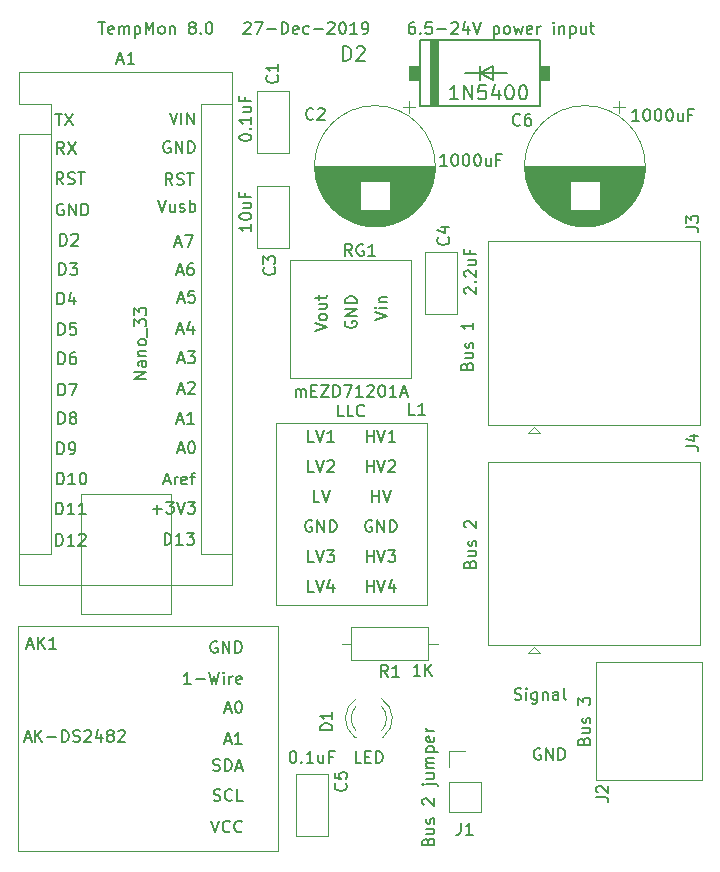
<source format=gbr>
G04 #@! TF.GenerationSoftware,KiCad,Pcbnew,(5.1.2)-2*
G04 #@! TF.CreationDate,2020-02-16T14:31:34-06:00*
G04 #@! TF.ProjectId,TempMonitor8PCB,54656d70-4d6f-46e6-9974-6f7238504342,rev?*
G04 #@! TF.SameCoordinates,Original*
G04 #@! TF.FileFunction,Legend,Top*
G04 #@! TF.FilePolarity,Positive*
%FSLAX46Y46*%
G04 Gerber Fmt 4.6, Leading zero omitted, Abs format (unit mm)*
G04 Created by KiCad (PCBNEW (5.1.2)-2) date 2020-02-16 14:31:34*
%MOMM*%
%LPD*%
G04 APERTURE LIST*
%ADD10C,0.150000*%
%ADD11C,0.120000*%
%ADD12C,0.100000*%
%ADD13C,0.152400*%
%ADD14C,0.127000*%
G04 APERTURE END LIST*
D10*
X148876666Y-45680380D02*
X148686190Y-45680380D01*
X148590952Y-45728000D01*
X148543333Y-45775619D01*
X148448095Y-45918476D01*
X148400476Y-46108952D01*
X148400476Y-46489904D01*
X148448095Y-46585142D01*
X148495714Y-46632761D01*
X148590952Y-46680380D01*
X148781428Y-46680380D01*
X148876666Y-46632761D01*
X148924285Y-46585142D01*
X148971904Y-46489904D01*
X148971904Y-46251809D01*
X148924285Y-46156571D01*
X148876666Y-46108952D01*
X148781428Y-46061333D01*
X148590952Y-46061333D01*
X148495714Y-46108952D01*
X148448095Y-46156571D01*
X148400476Y-46251809D01*
X149400476Y-46585142D02*
X149448095Y-46632761D01*
X149400476Y-46680380D01*
X149352857Y-46632761D01*
X149400476Y-46585142D01*
X149400476Y-46680380D01*
X150352857Y-45680380D02*
X149876666Y-45680380D01*
X149829047Y-46156571D01*
X149876666Y-46108952D01*
X149971904Y-46061333D01*
X150210000Y-46061333D01*
X150305238Y-46108952D01*
X150352857Y-46156571D01*
X150400476Y-46251809D01*
X150400476Y-46489904D01*
X150352857Y-46585142D01*
X150305238Y-46632761D01*
X150210000Y-46680380D01*
X149971904Y-46680380D01*
X149876666Y-46632761D01*
X149829047Y-46585142D01*
X150829047Y-46299428D02*
X151590952Y-46299428D01*
X152019523Y-45775619D02*
X152067142Y-45728000D01*
X152162380Y-45680380D01*
X152400476Y-45680380D01*
X152495714Y-45728000D01*
X152543333Y-45775619D01*
X152590952Y-45870857D01*
X152590952Y-45966095D01*
X152543333Y-46108952D01*
X151971904Y-46680380D01*
X152590952Y-46680380D01*
X153448095Y-46013714D02*
X153448095Y-46680380D01*
X153210000Y-45632761D02*
X152971904Y-46347047D01*
X153590952Y-46347047D01*
X153829047Y-45680380D02*
X154162380Y-46680380D01*
X154495714Y-45680380D01*
X155590952Y-46013714D02*
X155590952Y-47013714D01*
X155590952Y-46061333D02*
X155686190Y-46013714D01*
X155876666Y-46013714D01*
X155971904Y-46061333D01*
X156019523Y-46108952D01*
X156067142Y-46204190D01*
X156067142Y-46489904D01*
X156019523Y-46585142D01*
X155971904Y-46632761D01*
X155876666Y-46680380D01*
X155686190Y-46680380D01*
X155590952Y-46632761D01*
X156638571Y-46680380D02*
X156543333Y-46632761D01*
X156495714Y-46585142D01*
X156448095Y-46489904D01*
X156448095Y-46204190D01*
X156495714Y-46108952D01*
X156543333Y-46061333D01*
X156638571Y-46013714D01*
X156781428Y-46013714D01*
X156876666Y-46061333D01*
X156924285Y-46108952D01*
X156971904Y-46204190D01*
X156971904Y-46489904D01*
X156924285Y-46585142D01*
X156876666Y-46632761D01*
X156781428Y-46680380D01*
X156638571Y-46680380D01*
X157305238Y-46013714D02*
X157495714Y-46680380D01*
X157686190Y-46204190D01*
X157876666Y-46680380D01*
X158067142Y-46013714D01*
X158829047Y-46632761D02*
X158733809Y-46680380D01*
X158543333Y-46680380D01*
X158448095Y-46632761D01*
X158400476Y-46537523D01*
X158400476Y-46156571D01*
X158448095Y-46061333D01*
X158543333Y-46013714D01*
X158733809Y-46013714D01*
X158829047Y-46061333D01*
X158876666Y-46156571D01*
X158876666Y-46251809D01*
X158400476Y-46347047D01*
X159305238Y-46680380D02*
X159305238Y-46013714D01*
X159305238Y-46204190D02*
X159352857Y-46108952D01*
X159400476Y-46061333D01*
X159495714Y-46013714D01*
X159590952Y-46013714D01*
X160686190Y-46680380D02*
X160686190Y-46013714D01*
X160686190Y-45680380D02*
X160638571Y-45728000D01*
X160686190Y-45775619D01*
X160733809Y-45728000D01*
X160686190Y-45680380D01*
X160686190Y-45775619D01*
X161162380Y-46013714D02*
X161162380Y-46680380D01*
X161162380Y-46108952D02*
X161210000Y-46061333D01*
X161305238Y-46013714D01*
X161448095Y-46013714D01*
X161543333Y-46061333D01*
X161590952Y-46156571D01*
X161590952Y-46680380D01*
X162067142Y-46013714D02*
X162067142Y-47013714D01*
X162067142Y-46061333D02*
X162162380Y-46013714D01*
X162352857Y-46013714D01*
X162448095Y-46061333D01*
X162495714Y-46108952D01*
X162543333Y-46204190D01*
X162543333Y-46489904D01*
X162495714Y-46585142D01*
X162448095Y-46632761D01*
X162352857Y-46680380D01*
X162162380Y-46680380D01*
X162067142Y-46632761D01*
X163400476Y-46013714D02*
X163400476Y-46680380D01*
X162971904Y-46013714D02*
X162971904Y-46537523D01*
X163019523Y-46632761D01*
X163114761Y-46680380D01*
X163257619Y-46680380D01*
X163352857Y-46632761D01*
X163400476Y-46585142D01*
X163733809Y-46013714D02*
X164114761Y-46013714D01*
X163876666Y-45680380D02*
X163876666Y-46537523D01*
X163924285Y-46632761D01*
X164019523Y-46680380D01*
X164114761Y-46680380D01*
X157369142Y-103020761D02*
X157512000Y-103068380D01*
X157750095Y-103068380D01*
X157845333Y-103020761D01*
X157892952Y-102973142D01*
X157940571Y-102877904D01*
X157940571Y-102782666D01*
X157892952Y-102687428D01*
X157845333Y-102639809D01*
X157750095Y-102592190D01*
X157559619Y-102544571D01*
X157464380Y-102496952D01*
X157416761Y-102449333D01*
X157369142Y-102354095D01*
X157369142Y-102258857D01*
X157416761Y-102163619D01*
X157464380Y-102116000D01*
X157559619Y-102068380D01*
X157797714Y-102068380D01*
X157940571Y-102116000D01*
X158369142Y-103068380D02*
X158369142Y-102401714D01*
X158369142Y-102068380D02*
X158321523Y-102116000D01*
X158369142Y-102163619D01*
X158416761Y-102116000D01*
X158369142Y-102068380D01*
X158369142Y-102163619D01*
X159273904Y-102401714D02*
X159273904Y-103211238D01*
X159226285Y-103306476D01*
X159178666Y-103354095D01*
X159083428Y-103401714D01*
X158940571Y-103401714D01*
X158845333Y-103354095D01*
X159273904Y-103020761D02*
X159178666Y-103068380D01*
X158988190Y-103068380D01*
X158892952Y-103020761D01*
X158845333Y-102973142D01*
X158797714Y-102877904D01*
X158797714Y-102592190D01*
X158845333Y-102496952D01*
X158892952Y-102449333D01*
X158988190Y-102401714D01*
X159178666Y-102401714D01*
X159273904Y-102449333D01*
X159750095Y-102401714D02*
X159750095Y-103068380D01*
X159750095Y-102496952D02*
X159797714Y-102449333D01*
X159892952Y-102401714D01*
X160035809Y-102401714D01*
X160131047Y-102449333D01*
X160178666Y-102544571D01*
X160178666Y-103068380D01*
X161083428Y-103068380D02*
X161083428Y-102544571D01*
X161035809Y-102449333D01*
X160940571Y-102401714D01*
X160750095Y-102401714D01*
X160654857Y-102449333D01*
X161083428Y-103020761D02*
X160988190Y-103068380D01*
X160750095Y-103068380D01*
X160654857Y-103020761D01*
X160607238Y-102925523D01*
X160607238Y-102830285D01*
X160654857Y-102735047D01*
X160750095Y-102687428D01*
X160988190Y-102687428D01*
X161083428Y-102639809D01*
X161702476Y-103068380D02*
X161607238Y-103020761D01*
X161559619Y-102925523D01*
X161559619Y-102068380D01*
X159559619Y-107196000D02*
X159464381Y-107148380D01*
X159321524Y-107148380D01*
X159178666Y-107196000D01*
X159083428Y-107291238D01*
X159035809Y-107386476D01*
X158988190Y-107576952D01*
X158988190Y-107719809D01*
X159035809Y-107910285D01*
X159083428Y-108005523D01*
X159178666Y-108100761D01*
X159321524Y-108148380D01*
X159416762Y-108148380D01*
X159559619Y-108100761D01*
X159607238Y-108053142D01*
X159607238Y-107719809D01*
X159416762Y-107719809D01*
X160035809Y-108148380D02*
X160035809Y-107148380D01*
X160607238Y-108148380D01*
X160607238Y-107148380D01*
X161083428Y-108148380D02*
X161083428Y-107148380D01*
X161321524Y-107148380D01*
X161464381Y-107196000D01*
X161559619Y-107291238D01*
X161607238Y-107386476D01*
X161654857Y-107576952D01*
X161654857Y-107719809D01*
X161607238Y-107910285D01*
X161559619Y-108005523D01*
X161464381Y-108100761D01*
X161321524Y-108148380D01*
X161083428Y-108148380D01*
X122127809Y-45680380D02*
X122699238Y-45680380D01*
X122413523Y-46680380D02*
X122413523Y-45680380D01*
X123413523Y-46632761D02*
X123318285Y-46680380D01*
X123127809Y-46680380D01*
X123032571Y-46632761D01*
X122984952Y-46537523D01*
X122984952Y-46156571D01*
X123032571Y-46061333D01*
X123127809Y-46013714D01*
X123318285Y-46013714D01*
X123413523Y-46061333D01*
X123461142Y-46156571D01*
X123461142Y-46251809D01*
X122984952Y-46347047D01*
X123889714Y-46680380D02*
X123889714Y-46013714D01*
X123889714Y-46108952D02*
X123937333Y-46061333D01*
X124032571Y-46013714D01*
X124175428Y-46013714D01*
X124270666Y-46061333D01*
X124318285Y-46156571D01*
X124318285Y-46680380D01*
X124318285Y-46156571D02*
X124365904Y-46061333D01*
X124461142Y-46013714D01*
X124604000Y-46013714D01*
X124699238Y-46061333D01*
X124746857Y-46156571D01*
X124746857Y-46680380D01*
X125223047Y-46013714D02*
X125223047Y-47013714D01*
X125223047Y-46061333D02*
X125318285Y-46013714D01*
X125508761Y-46013714D01*
X125604000Y-46061333D01*
X125651619Y-46108952D01*
X125699238Y-46204190D01*
X125699238Y-46489904D01*
X125651619Y-46585142D01*
X125604000Y-46632761D01*
X125508761Y-46680380D01*
X125318285Y-46680380D01*
X125223047Y-46632761D01*
X126127809Y-46680380D02*
X126127809Y-45680380D01*
X126461142Y-46394666D01*
X126794476Y-45680380D01*
X126794476Y-46680380D01*
X127413523Y-46680380D02*
X127318285Y-46632761D01*
X127270666Y-46585142D01*
X127223047Y-46489904D01*
X127223047Y-46204190D01*
X127270666Y-46108952D01*
X127318285Y-46061333D01*
X127413523Y-46013714D01*
X127556380Y-46013714D01*
X127651619Y-46061333D01*
X127699238Y-46108952D01*
X127746857Y-46204190D01*
X127746857Y-46489904D01*
X127699238Y-46585142D01*
X127651619Y-46632761D01*
X127556380Y-46680380D01*
X127413523Y-46680380D01*
X128175428Y-46013714D02*
X128175428Y-46680380D01*
X128175428Y-46108952D02*
X128223047Y-46061333D01*
X128318285Y-46013714D01*
X128461142Y-46013714D01*
X128556380Y-46061333D01*
X128604000Y-46156571D01*
X128604000Y-46680380D01*
X129984952Y-46108952D02*
X129889714Y-46061333D01*
X129842095Y-46013714D01*
X129794476Y-45918476D01*
X129794476Y-45870857D01*
X129842095Y-45775619D01*
X129889714Y-45728000D01*
X129984952Y-45680380D01*
X130175428Y-45680380D01*
X130270666Y-45728000D01*
X130318285Y-45775619D01*
X130365904Y-45870857D01*
X130365904Y-45918476D01*
X130318285Y-46013714D01*
X130270666Y-46061333D01*
X130175428Y-46108952D01*
X129984952Y-46108952D01*
X129889714Y-46156571D01*
X129842095Y-46204190D01*
X129794476Y-46299428D01*
X129794476Y-46489904D01*
X129842095Y-46585142D01*
X129889714Y-46632761D01*
X129984952Y-46680380D01*
X130175428Y-46680380D01*
X130270666Y-46632761D01*
X130318285Y-46585142D01*
X130365904Y-46489904D01*
X130365904Y-46299428D01*
X130318285Y-46204190D01*
X130270666Y-46156571D01*
X130175428Y-46108952D01*
X130794476Y-46585142D02*
X130842095Y-46632761D01*
X130794476Y-46680380D01*
X130746857Y-46632761D01*
X130794476Y-46585142D01*
X130794476Y-46680380D01*
X131461142Y-45680380D02*
X131556380Y-45680380D01*
X131651619Y-45728000D01*
X131699238Y-45775619D01*
X131746857Y-45870857D01*
X131794476Y-46061333D01*
X131794476Y-46299428D01*
X131746857Y-46489904D01*
X131699238Y-46585142D01*
X131651619Y-46632761D01*
X131556380Y-46680380D01*
X131461142Y-46680380D01*
X131365904Y-46632761D01*
X131318285Y-46585142D01*
X131270666Y-46489904D01*
X131223047Y-46299428D01*
X131223047Y-46061333D01*
X131270666Y-45870857D01*
X131318285Y-45775619D01*
X131365904Y-45728000D01*
X131461142Y-45680380D01*
X134461142Y-45775619D02*
X134508761Y-45728000D01*
X134604000Y-45680380D01*
X134842095Y-45680380D01*
X134937333Y-45728000D01*
X134984952Y-45775619D01*
X135032571Y-45870857D01*
X135032571Y-45966095D01*
X134984952Y-46108952D01*
X134413523Y-46680380D01*
X135032571Y-46680380D01*
X135365904Y-45680380D02*
X136032571Y-45680380D01*
X135604000Y-46680380D01*
X136413523Y-46299428D02*
X137175428Y-46299428D01*
X137651619Y-46680380D02*
X137651619Y-45680380D01*
X137889714Y-45680380D01*
X138032571Y-45728000D01*
X138127809Y-45823238D01*
X138175428Y-45918476D01*
X138223047Y-46108952D01*
X138223047Y-46251809D01*
X138175428Y-46442285D01*
X138127809Y-46537523D01*
X138032571Y-46632761D01*
X137889714Y-46680380D01*
X137651619Y-46680380D01*
X139032571Y-46632761D02*
X138937333Y-46680380D01*
X138746857Y-46680380D01*
X138651619Y-46632761D01*
X138604000Y-46537523D01*
X138604000Y-46156571D01*
X138651619Y-46061333D01*
X138746857Y-46013714D01*
X138937333Y-46013714D01*
X139032571Y-46061333D01*
X139080190Y-46156571D01*
X139080190Y-46251809D01*
X138604000Y-46347047D01*
X139937333Y-46632761D02*
X139842095Y-46680380D01*
X139651619Y-46680380D01*
X139556380Y-46632761D01*
X139508761Y-46585142D01*
X139461142Y-46489904D01*
X139461142Y-46204190D01*
X139508761Y-46108952D01*
X139556380Y-46061333D01*
X139651619Y-46013714D01*
X139842095Y-46013714D01*
X139937333Y-46061333D01*
X140365904Y-46299428D02*
X141127809Y-46299428D01*
X141556380Y-45775619D02*
X141604000Y-45728000D01*
X141699238Y-45680380D01*
X141937333Y-45680380D01*
X142032571Y-45728000D01*
X142080190Y-45775619D01*
X142127809Y-45870857D01*
X142127809Y-45966095D01*
X142080190Y-46108952D01*
X141508761Y-46680380D01*
X142127809Y-46680380D01*
X142746857Y-45680380D02*
X142842095Y-45680380D01*
X142937333Y-45728000D01*
X142984952Y-45775619D01*
X143032571Y-45870857D01*
X143080190Y-46061333D01*
X143080190Y-46299428D01*
X143032571Y-46489904D01*
X142984952Y-46585142D01*
X142937333Y-46632761D01*
X142842095Y-46680380D01*
X142746857Y-46680380D01*
X142651619Y-46632761D01*
X142604000Y-46585142D01*
X142556380Y-46489904D01*
X142508761Y-46299428D01*
X142508761Y-46061333D01*
X142556380Y-45870857D01*
X142604000Y-45775619D01*
X142651619Y-45728000D01*
X142746857Y-45680380D01*
X144032571Y-46680380D02*
X143461142Y-46680380D01*
X143746857Y-46680380D02*
X143746857Y-45680380D01*
X143651619Y-45823238D01*
X143556380Y-45918476D01*
X143461142Y-45966095D01*
X144508761Y-46680380D02*
X144699238Y-46680380D01*
X144794476Y-46632761D01*
X144842095Y-46585142D01*
X144937333Y-46442285D01*
X144984952Y-46251809D01*
X144984952Y-45870857D01*
X144937333Y-45775619D01*
X144889714Y-45728000D01*
X144794476Y-45680380D01*
X144604000Y-45680380D01*
X144508761Y-45728000D01*
X144461142Y-45775619D01*
X144413523Y-45870857D01*
X144413523Y-46108952D01*
X144461142Y-46204190D01*
X144508761Y-46251809D01*
X144604000Y-46299428D01*
X144794476Y-46299428D01*
X144889714Y-46251809D01*
X144937333Y-46204190D01*
X144984952Y-46108952D01*
D11*
X118110000Y-55118000D02*
X118110000Y-52578000D01*
X118110000Y-52578000D02*
X115440000Y-52578000D01*
X115440000Y-55118000D02*
X115440000Y-93348000D01*
X115440000Y-49908000D02*
X115440000Y-52578000D01*
X130810000Y-52578000D02*
X133480000Y-52578000D01*
X130810000Y-52578000D02*
X130810000Y-90678000D01*
X130810000Y-90678000D02*
X133480000Y-90678000D01*
X118110000Y-55118000D02*
X115440000Y-55118000D01*
X118110000Y-55118000D02*
X118110000Y-90678000D01*
X118110000Y-90678000D02*
X115440000Y-90678000D01*
D12*
X120650000Y-85598000D02*
X128270000Y-85598000D01*
X128270000Y-85598000D02*
X128270000Y-95758000D01*
X128270000Y-95758000D02*
X120650000Y-95758000D01*
X120650000Y-95758000D02*
X120650000Y-85598000D01*
D11*
X115440000Y-93348000D02*
X133480000Y-93348000D01*
X133480000Y-93348000D02*
X133480000Y-49908000D01*
X133480000Y-49908000D02*
X115440000Y-49908000D01*
X151832000Y-107382000D02*
X153162000Y-107382000D01*
X151832000Y-108712000D02*
X151832000Y-107382000D01*
X151832000Y-109982000D02*
X154492000Y-109982000D01*
X154492000Y-109982000D02*
X154492000Y-112582000D01*
X151832000Y-109982000D02*
X151832000Y-112582000D01*
X151832000Y-112582000D02*
X154492000Y-112582000D01*
X148917000Y-52892354D02*
X147917000Y-52892354D01*
X148417000Y-52392354D02*
X148417000Y-53392354D01*
X146141000Y-62953000D02*
X144943000Y-62953000D01*
X146404000Y-62913000D02*
X144680000Y-62913000D01*
X146604000Y-62873000D02*
X144480000Y-62873000D01*
X146772000Y-62833000D02*
X144312000Y-62833000D01*
X146920000Y-62793000D02*
X144164000Y-62793000D01*
X147052000Y-62753000D02*
X144032000Y-62753000D01*
X147172000Y-62713000D02*
X143912000Y-62713000D01*
X147284000Y-62673000D02*
X143800000Y-62673000D01*
X147388000Y-62633000D02*
X143696000Y-62633000D01*
X147486000Y-62593000D02*
X143598000Y-62593000D01*
X147579000Y-62553000D02*
X143505000Y-62553000D01*
X147667000Y-62513000D02*
X143417000Y-62513000D01*
X147751000Y-62473000D02*
X143333000Y-62473000D01*
X147831000Y-62433000D02*
X143253000Y-62433000D01*
X147907000Y-62393000D02*
X143177000Y-62393000D01*
X147981000Y-62353000D02*
X143103000Y-62353000D01*
X148052000Y-62313000D02*
X143032000Y-62313000D01*
X148121000Y-62273000D02*
X142963000Y-62273000D01*
X148187000Y-62233000D02*
X142897000Y-62233000D01*
X148251000Y-62193000D02*
X142833000Y-62193000D01*
X148312000Y-62153000D02*
X142772000Y-62153000D01*
X148372000Y-62113000D02*
X142712000Y-62113000D01*
X148431000Y-62073000D02*
X142653000Y-62073000D01*
X148487000Y-62033000D02*
X142597000Y-62033000D01*
X148542000Y-61993000D02*
X142542000Y-61993000D01*
X148596000Y-61953000D02*
X142488000Y-61953000D01*
X148648000Y-61913000D02*
X142436000Y-61913000D01*
X148698000Y-61873000D02*
X142386000Y-61873000D01*
X148748000Y-61833000D02*
X142336000Y-61833000D01*
X148796000Y-61793000D02*
X142288000Y-61793000D01*
X148843000Y-61753000D02*
X142241000Y-61753000D01*
X148889000Y-61713000D02*
X142195000Y-61713000D01*
X148934000Y-61673000D02*
X142150000Y-61673000D01*
X148978000Y-61633000D02*
X142106000Y-61633000D01*
X144301000Y-61593000D02*
X142064000Y-61593000D01*
X149020000Y-61593000D02*
X146783000Y-61593000D01*
X144301000Y-61553000D02*
X142022000Y-61553000D01*
X149062000Y-61553000D02*
X146783000Y-61553000D01*
X144301000Y-61513000D02*
X141981000Y-61513000D01*
X149103000Y-61513000D02*
X146783000Y-61513000D01*
X144301000Y-61473000D02*
X141941000Y-61473000D01*
X149143000Y-61473000D02*
X146783000Y-61473000D01*
X144301000Y-61433000D02*
X141902000Y-61433000D01*
X149182000Y-61433000D02*
X146783000Y-61433000D01*
X144301000Y-61393000D02*
X141863000Y-61393000D01*
X149221000Y-61393000D02*
X146783000Y-61393000D01*
X144301000Y-61353000D02*
X141826000Y-61353000D01*
X149258000Y-61353000D02*
X146783000Y-61353000D01*
X144301000Y-61313000D02*
X141789000Y-61313000D01*
X149295000Y-61313000D02*
X146783000Y-61313000D01*
X144301000Y-61273000D02*
X141753000Y-61273000D01*
X149331000Y-61273000D02*
X146783000Y-61273000D01*
X144301000Y-61233000D02*
X141718000Y-61233000D01*
X149366000Y-61233000D02*
X146783000Y-61233000D01*
X144301000Y-61193000D02*
X141684000Y-61193000D01*
X149400000Y-61193000D02*
X146783000Y-61193000D01*
X144301000Y-61153000D02*
X141650000Y-61153000D01*
X149434000Y-61153000D02*
X146783000Y-61153000D01*
X144301000Y-61113000D02*
X141617000Y-61113000D01*
X149467000Y-61113000D02*
X146783000Y-61113000D01*
X144301000Y-61073000D02*
X141585000Y-61073000D01*
X149499000Y-61073000D02*
X146783000Y-61073000D01*
X144301000Y-61033000D02*
X141553000Y-61033000D01*
X149531000Y-61033000D02*
X146783000Y-61033000D01*
X144301000Y-60993000D02*
X141522000Y-60993000D01*
X149562000Y-60993000D02*
X146783000Y-60993000D01*
X144301000Y-60953000D02*
X141492000Y-60953000D01*
X149592000Y-60953000D02*
X146783000Y-60953000D01*
X144301000Y-60913000D02*
X141462000Y-60913000D01*
X149622000Y-60913000D02*
X146783000Y-60913000D01*
X144301000Y-60873000D02*
X141432000Y-60873000D01*
X149652000Y-60873000D02*
X146783000Y-60873000D01*
X144301000Y-60833000D02*
X141404000Y-60833000D01*
X149680000Y-60833000D02*
X146783000Y-60833000D01*
X144301000Y-60793000D02*
X141376000Y-60793000D01*
X149708000Y-60793000D02*
X146783000Y-60793000D01*
X144301000Y-60753000D02*
X141348000Y-60753000D01*
X149736000Y-60753000D02*
X146783000Y-60753000D01*
X144301000Y-60713000D02*
X141321000Y-60713000D01*
X149763000Y-60713000D02*
X146783000Y-60713000D01*
X144301000Y-60673000D02*
X141295000Y-60673000D01*
X149789000Y-60673000D02*
X146783000Y-60673000D01*
X144301000Y-60633000D02*
X141269000Y-60633000D01*
X149815000Y-60633000D02*
X146783000Y-60633000D01*
X144301000Y-60593000D02*
X141244000Y-60593000D01*
X149840000Y-60593000D02*
X146783000Y-60593000D01*
X144301000Y-60553000D02*
X141219000Y-60553000D01*
X149865000Y-60553000D02*
X146783000Y-60553000D01*
X144301000Y-60513000D02*
X141195000Y-60513000D01*
X149889000Y-60513000D02*
X146783000Y-60513000D01*
X144301000Y-60473000D02*
X141171000Y-60473000D01*
X149913000Y-60473000D02*
X146783000Y-60473000D01*
X144301000Y-60433000D02*
X141147000Y-60433000D01*
X149937000Y-60433000D02*
X146783000Y-60433000D01*
X144301000Y-60393000D02*
X141125000Y-60393000D01*
X149959000Y-60393000D02*
X146783000Y-60393000D01*
X144301000Y-60353000D02*
X141102000Y-60353000D01*
X149982000Y-60353000D02*
X146783000Y-60353000D01*
X144301000Y-60313000D02*
X141080000Y-60313000D01*
X150004000Y-60313000D02*
X146783000Y-60313000D01*
X144301000Y-60273000D02*
X141059000Y-60273000D01*
X150025000Y-60273000D02*
X146783000Y-60273000D01*
X144301000Y-60233000D02*
X141038000Y-60233000D01*
X150046000Y-60233000D02*
X146783000Y-60233000D01*
X144301000Y-60193000D02*
X141017000Y-60193000D01*
X150067000Y-60193000D02*
X146783000Y-60193000D01*
X144301000Y-60153000D02*
X140997000Y-60153000D01*
X150087000Y-60153000D02*
X146783000Y-60153000D01*
X144301000Y-60113000D02*
X140978000Y-60113000D01*
X150106000Y-60113000D02*
X146783000Y-60113000D01*
X144301000Y-60073000D02*
X140958000Y-60073000D01*
X150126000Y-60073000D02*
X146783000Y-60073000D01*
X144301000Y-60033000D02*
X140939000Y-60033000D01*
X150145000Y-60033000D02*
X146783000Y-60033000D01*
X144301000Y-59993000D02*
X140921000Y-59993000D01*
X150163000Y-59993000D02*
X146783000Y-59993000D01*
X144301000Y-59953000D02*
X140903000Y-59953000D01*
X150181000Y-59953000D02*
X146783000Y-59953000D01*
X144301000Y-59913000D02*
X140885000Y-59913000D01*
X150199000Y-59913000D02*
X146783000Y-59913000D01*
X144301000Y-59873000D02*
X140868000Y-59873000D01*
X150216000Y-59873000D02*
X146783000Y-59873000D01*
X144301000Y-59833000D02*
X140852000Y-59833000D01*
X150232000Y-59833000D02*
X146783000Y-59833000D01*
X144301000Y-59793000D02*
X140835000Y-59793000D01*
X150249000Y-59793000D02*
X146783000Y-59793000D01*
X144301000Y-59753000D02*
X140819000Y-59753000D01*
X150265000Y-59753000D02*
X146783000Y-59753000D01*
X144301000Y-59713000D02*
X140804000Y-59713000D01*
X150280000Y-59713000D02*
X146783000Y-59713000D01*
X144301000Y-59673000D02*
X140788000Y-59673000D01*
X150296000Y-59673000D02*
X146783000Y-59673000D01*
X144301000Y-59633000D02*
X140774000Y-59633000D01*
X150310000Y-59633000D02*
X146783000Y-59633000D01*
X144301000Y-59593000D02*
X140759000Y-59593000D01*
X150325000Y-59593000D02*
X146783000Y-59593000D01*
X144301000Y-59553000D02*
X140745000Y-59553000D01*
X150339000Y-59553000D02*
X146783000Y-59553000D01*
X144301000Y-59513000D02*
X140731000Y-59513000D01*
X150353000Y-59513000D02*
X146783000Y-59513000D01*
X144301000Y-59473000D02*
X140718000Y-59473000D01*
X150366000Y-59473000D02*
X146783000Y-59473000D01*
X144301000Y-59433000D02*
X140705000Y-59433000D01*
X150379000Y-59433000D02*
X146783000Y-59433000D01*
X144301000Y-59393000D02*
X140692000Y-59393000D01*
X150392000Y-59393000D02*
X146783000Y-59393000D01*
X144301000Y-59353000D02*
X140680000Y-59353000D01*
X150404000Y-59353000D02*
X146783000Y-59353000D01*
X144301000Y-59313000D02*
X140668000Y-59313000D01*
X150416000Y-59313000D02*
X146783000Y-59313000D01*
X144301000Y-59273000D02*
X140657000Y-59273000D01*
X150427000Y-59273000D02*
X146783000Y-59273000D01*
X144301000Y-59233000D02*
X140645000Y-59233000D01*
X150439000Y-59233000D02*
X146783000Y-59233000D01*
X144301000Y-59193000D02*
X140635000Y-59193000D01*
X150449000Y-59193000D02*
X146783000Y-59193000D01*
X144301000Y-59153000D02*
X140624000Y-59153000D01*
X150460000Y-59153000D02*
X146783000Y-59153000D01*
X150470000Y-59113000D02*
X140614000Y-59113000D01*
X150480000Y-59073000D02*
X140604000Y-59073000D01*
X150489000Y-59033000D02*
X140595000Y-59033000D01*
X150498000Y-58993000D02*
X140586000Y-58993000D01*
X150507000Y-58953000D02*
X140577000Y-58953000D01*
X150516000Y-58913000D02*
X140568000Y-58913000D01*
X150524000Y-58873000D02*
X140560000Y-58873000D01*
X150532000Y-58833000D02*
X140552000Y-58833000D01*
X150539000Y-58793000D02*
X140545000Y-58793000D01*
X150546000Y-58753000D02*
X140538000Y-58753000D01*
X150553000Y-58713000D02*
X140531000Y-58713000D01*
X150560000Y-58673000D02*
X140524000Y-58673000D01*
X150566000Y-58633000D02*
X140518000Y-58633000D01*
X150572000Y-58593000D02*
X140512000Y-58593000D01*
X150577000Y-58552000D02*
X140507000Y-58552000D01*
X150582000Y-58512000D02*
X140502000Y-58512000D01*
X150587000Y-58472000D02*
X140497000Y-58472000D01*
X150592000Y-58432000D02*
X140492000Y-58432000D01*
X150596000Y-58392000D02*
X140488000Y-58392000D01*
X150600000Y-58352000D02*
X140484000Y-58352000D01*
X150604000Y-58312000D02*
X140480000Y-58312000D01*
X150607000Y-58272000D02*
X140477000Y-58272000D01*
X150610000Y-58232000D02*
X140474000Y-58232000D01*
X150612000Y-58192000D02*
X140472000Y-58192000D01*
X150615000Y-58152000D02*
X140469000Y-58152000D01*
X150617000Y-58112000D02*
X140467000Y-58112000D01*
X150619000Y-58072000D02*
X140465000Y-58072000D01*
X150620000Y-58032000D02*
X140464000Y-58032000D01*
X150621000Y-57992000D02*
X140463000Y-57992000D01*
X150622000Y-57952000D02*
X140462000Y-57952000D01*
X150622000Y-57912000D02*
X140462000Y-57912000D01*
X150622000Y-57872000D02*
X140462000Y-57872000D01*
X150662000Y-57872000D02*
G75*
G03X150662000Y-57872000I-5120000J0D01*
G01*
X173228000Y-109822000D02*
X164228000Y-109822000D01*
X173228000Y-99822000D02*
X164228000Y-99822000D01*
X164228000Y-99822000D02*
X164228000Y-109822000D01*
X173228000Y-99822000D02*
X173228000Y-109822000D01*
D13*
X153162000Y-50000000D02*
X154432000Y-50000000D01*
X154432000Y-49415800D02*
X154432000Y-50000000D01*
X154432000Y-50000000D02*
X155575000Y-49415800D01*
X155575000Y-49415800D02*
X155575000Y-50584200D01*
X155575000Y-50584200D02*
X154432000Y-50000000D01*
X154432000Y-50000000D02*
X156718000Y-50000000D01*
X154432000Y-50000000D02*
X154432000Y-50584200D01*
X149352000Y-52794000D02*
X149352000Y-47206000D01*
X159512000Y-47206000D02*
X159512000Y-52794000D01*
X149352000Y-47206000D02*
X159512000Y-47206000D01*
X159512000Y-52794000D02*
X149352000Y-52794000D01*
D12*
G36*
X150241000Y-52794000D02*
G01*
X151003000Y-52794000D01*
X151003000Y-47206000D01*
X150241000Y-47206000D01*
X150241000Y-52794000D01*
G37*
G36*
X148463000Y-50635000D02*
G01*
X149352000Y-50635000D01*
X149352000Y-49365000D01*
X148463000Y-49365000D01*
X148463000Y-50635000D01*
G37*
G36*
X159512000Y-50635000D02*
G01*
X160401000Y-50635000D01*
X160401000Y-49365000D01*
X159512000Y-49365000D01*
X159512000Y-50635000D01*
G37*
D11*
X148560324Y-75845000D02*
X148560324Y-65845000D01*
X138360324Y-75845000D02*
X138360324Y-65845000D01*
X148560324Y-65845000D02*
X138360324Y-65845000D01*
X148560324Y-75845000D02*
X138360324Y-75845000D01*
X152500000Y-70418000D02*
X149760000Y-70418000D01*
X152500000Y-65178000D02*
X149760000Y-65178000D01*
X149760000Y-65178000D02*
X149760000Y-70418000D01*
X152500000Y-65178000D02*
X152500000Y-70418000D01*
X138276000Y-64830000D02*
X135536000Y-64830000D01*
X138276000Y-59590000D02*
X135536000Y-59590000D01*
X135536000Y-59590000D02*
X135536000Y-64830000D01*
X138276000Y-59590000D02*
X138276000Y-64830000D01*
X166697000Y-52892354D02*
X165697000Y-52892354D01*
X166197000Y-52392354D02*
X166197000Y-53392354D01*
X163921000Y-62953000D02*
X162723000Y-62953000D01*
X164184000Y-62913000D02*
X162460000Y-62913000D01*
X164384000Y-62873000D02*
X162260000Y-62873000D01*
X164552000Y-62833000D02*
X162092000Y-62833000D01*
X164700000Y-62793000D02*
X161944000Y-62793000D01*
X164832000Y-62753000D02*
X161812000Y-62753000D01*
X164952000Y-62713000D02*
X161692000Y-62713000D01*
X165064000Y-62673000D02*
X161580000Y-62673000D01*
X165168000Y-62633000D02*
X161476000Y-62633000D01*
X165266000Y-62593000D02*
X161378000Y-62593000D01*
X165359000Y-62553000D02*
X161285000Y-62553000D01*
X165447000Y-62513000D02*
X161197000Y-62513000D01*
X165531000Y-62473000D02*
X161113000Y-62473000D01*
X165611000Y-62433000D02*
X161033000Y-62433000D01*
X165687000Y-62393000D02*
X160957000Y-62393000D01*
X165761000Y-62353000D02*
X160883000Y-62353000D01*
X165832000Y-62313000D02*
X160812000Y-62313000D01*
X165901000Y-62273000D02*
X160743000Y-62273000D01*
X165967000Y-62233000D02*
X160677000Y-62233000D01*
X166031000Y-62193000D02*
X160613000Y-62193000D01*
X166092000Y-62153000D02*
X160552000Y-62153000D01*
X166152000Y-62113000D02*
X160492000Y-62113000D01*
X166211000Y-62073000D02*
X160433000Y-62073000D01*
X166267000Y-62033000D02*
X160377000Y-62033000D01*
X166322000Y-61993000D02*
X160322000Y-61993000D01*
X166376000Y-61953000D02*
X160268000Y-61953000D01*
X166428000Y-61913000D02*
X160216000Y-61913000D01*
X166478000Y-61873000D02*
X160166000Y-61873000D01*
X166528000Y-61833000D02*
X160116000Y-61833000D01*
X166576000Y-61793000D02*
X160068000Y-61793000D01*
X166623000Y-61753000D02*
X160021000Y-61753000D01*
X166669000Y-61713000D02*
X159975000Y-61713000D01*
X166714000Y-61673000D02*
X159930000Y-61673000D01*
X166758000Y-61633000D02*
X159886000Y-61633000D01*
X162081000Y-61593000D02*
X159844000Y-61593000D01*
X166800000Y-61593000D02*
X164563000Y-61593000D01*
X162081000Y-61553000D02*
X159802000Y-61553000D01*
X166842000Y-61553000D02*
X164563000Y-61553000D01*
X162081000Y-61513000D02*
X159761000Y-61513000D01*
X166883000Y-61513000D02*
X164563000Y-61513000D01*
X162081000Y-61473000D02*
X159721000Y-61473000D01*
X166923000Y-61473000D02*
X164563000Y-61473000D01*
X162081000Y-61433000D02*
X159682000Y-61433000D01*
X166962000Y-61433000D02*
X164563000Y-61433000D01*
X162081000Y-61393000D02*
X159643000Y-61393000D01*
X167001000Y-61393000D02*
X164563000Y-61393000D01*
X162081000Y-61353000D02*
X159606000Y-61353000D01*
X167038000Y-61353000D02*
X164563000Y-61353000D01*
X162081000Y-61313000D02*
X159569000Y-61313000D01*
X167075000Y-61313000D02*
X164563000Y-61313000D01*
X162081000Y-61273000D02*
X159533000Y-61273000D01*
X167111000Y-61273000D02*
X164563000Y-61273000D01*
X162081000Y-61233000D02*
X159498000Y-61233000D01*
X167146000Y-61233000D02*
X164563000Y-61233000D01*
X162081000Y-61193000D02*
X159464000Y-61193000D01*
X167180000Y-61193000D02*
X164563000Y-61193000D01*
X162081000Y-61153000D02*
X159430000Y-61153000D01*
X167214000Y-61153000D02*
X164563000Y-61153000D01*
X162081000Y-61113000D02*
X159397000Y-61113000D01*
X167247000Y-61113000D02*
X164563000Y-61113000D01*
X162081000Y-61073000D02*
X159365000Y-61073000D01*
X167279000Y-61073000D02*
X164563000Y-61073000D01*
X162081000Y-61033000D02*
X159333000Y-61033000D01*
X167311000Y-61033000D02*
X164563000Y-61033000D01*
X162081000Y-60993000D02*
X159302000Y-60993000D01*
X167342000Y-60993000D02*
X164563000Y-60993000D01*
X162081000Y-60953000D02*
X159272000Y-60953000D01*
X167372000Y-60953000D02*
X164563000Y-60953000D01*
X162081000Y-60913000D02*
X159242000Y-60913000D01*
X167402000Y-60913000D02*
X164563000Y-60913000D01*
X162081000Y-60873000D02*
X159212000Y-60873000D01*
X167432000Y-60873000D02*
X164563000Y-60873000D01*
X162081000Y-60833000D02*
X159184000Y-60833000D01*
X167460000Y-60833000D02*
X164563000Y-60833000D01*
X162081000Y-60793000D02*
X159156000Y-60793000D01*
X167488000Y-60793000D02*
X164563000Y-60793000D01*
X162081000Y-60753000D02*
X159128000Y-60753000D01*
X167516000Y-60753000D02*
X164563000Y-60753000D01*
X162081000Y-60713000D02*
X159101000Y-60713000D01*
X167543000Y-60713000D02*
X164563000Y-60713000D01*
X162081000Y-60673000D02*
X159075000Y-60673000D01*
X167569000Y-60673000D02*
X164563000Y-60673000D01*
X162081000Y-60633000D02*
X159049000Y-60633000D01*
X167595000Y-60633000D02*
X164563000Y-60633000D01*
X162081000Y-60593000D02*
X159024000Y-60593000D01*
X167620000Y-60593000D02*
X164563000Y-60593000D01*
X162081000Y-60553000D02*
X158999000Y-60553000D01*
X167645000Y-60553000D02*
X164563000Y-60553000D01*
X162081000Y-60513000D02*
X158975000Y-60513000D01*
X167669000Y-60513000D02*
X164563000Y-60513000D01*
X162081000Y-60473000D02*
X158951000Y-60473000D01*
X167693000Y-60473000D02*
X164563000Y-60473000D01*
X162081000Y-60433000D02*
X158927000Y-60433000D01*
X167717000Y-60433000D02*
X164563000Y-60433000D01*
X162081000Y-60393000D02*
X158905000Y-60393000D01*
X167739000Y-60393000D02*
X164563000Y-60393000D01*
X162081000Y-60353000D02*
X158882000Y-60353000D01*
X167762000Y-60353000D02*
X164563000Y-60353000D01*
X162081000Y-60313000D02*
X158860000Y-60313000D01*
X167784000Y-60313000D02*
X164563000Y-60313000D01*
X162081000Y-60273000D02*
X158839000Y-60273000D01*
X167805000Y-60273000D02*
X164563000Y-60273000D01*
X162081000Y-60233000D02*
X158818000Y-60233000D01*
X167826000Y-60233000D02*
X164563000Y-60233000D01*
X162081000Y-60193000D02*
X158797000Y-60193000D01*
X167847000Y-60193000D02*
X164563000Y-60193000D01*
X162081000Y-60153000D02*
X158777000Y-60153000D01*
X167867000Y-60153000D02*
X164563000Y-60153000D01*
X162081000Y-60113000D02*
X158758000Y-60113000D01*
X167886000Y-60113000D02*
X164563000Y-60113000D01*
X162081000Y-60073000D02*
X158738000Y-60073000D01*
X167906000Y-60073000D02*
X164563000Y-60073000D01*
X162081000Y-60033000D02*
X158719000Y-60033000D01*
X167925000Y-60033000D02*
X164563000Y-60033000D01*
X162081000Y-59993000D02*
X158701000Y-59993000D01*
X167943000Y-59993000D02*
X164563000Y-59993000D01*
X162081000Y-59953000D02*
X158683000Y-59953000D01*
X167961000Y-59953000D02*
X164563000Y-59953000D01*
X162081000Y-59913000D02*
X158665000Y-59913000D01*
X167979000Y-59913000D02*
X164563000Y-59913000D01*
X162081000Y-59873000D02*
X158648000Y-59873000D01*
X167996000Y-59873000D02*
X164563000Y-59873000D01*
X162081000Y-59833000D02*
X158632000Y-59833000D01*
X168012000Y-59833000D02*
X164563000Y-59833000D01*
X162081000Y-59793000D02*
X158615000Y-59793000D01*
X168029000Y-59793000D02*
X164563000Y-59793000D01*
X162081000Y-59753000D02*
X158599000Y-59753000D01*
X168045000Y-59753000D02*
X164563000Y-59753000D01*
X162081000Y-59713000D02*
X158584000Y-59713000D01*
X168060000Y-59713000D02*
X164563000Y-59713000D01*
X162081000Y-59673000D02*
X158568000Y-59673000D01*
X168076000Y-59673000D02*
X164563000Y-59673000D01*
X162081000Y-59633000D02*
X158554000Y-59633000D01*
X168090000Y-59633000D02*
X164563000Y-59633000D01*
X162081000Y-59593000D02*
X158539000Y-59593000D01*
X168105000Y-59593000D02*
X164563000Y-59593000D01*
X162081000Y-59553000D02*
X158525000Y-59553000D01*
X168119000Y-59553000D02*
X164563000Y-59553000D01*
X162081000Y-59513000D02*
X158511000Y-59513000D01*
X168133000Y-59513000D02*
X164563000Y-59513000D01*
X162081000Y-59473000D02*
X158498000Y-59473000D01*
X168146000Y-59473000D02*
X164563000Y-59473000D01*
X162081000Y-59433000D02*
X158485000Y-59433000D01*
X168159000Y-59433000D02*
X164563000Y-59433000D01*
X162081000Y-59393000D02*
X158472000Y-59393000D01*
X168172000Y-59393000D02*
X164563000Y-59393000D01*
X162081000Y-59353000D02*
X158460000Y-59353000D01*
X168184000Y-59353000D02*
X164563000Y-59353000D01*
X162081000Y-59313000D02*
X158448000Y-59313000D01*
X168196000Y-59313000D02*
X164563000Y-59313000D01*
X162081000Y-59273000D02*
X158437000Y-59273000D01*
X168207000Y-59273000D02*
X164563000Y-59273000D01*
X162081000Y-59233000D02*
X158425000Y-59233000D01*
X168219000Y-59233000D02*
X164563000Y-59233000D01*
X162081000Y-59193000D02*
X158415000Y-59193000D01*
X168229000Y-59193000D02*
X164563000Y-59193000D01*
X162081000Y-59153000D02*
X158404000Y-59153000D01*
X168240000Y-59153000D02*
X164563000Y-59153000D01*
X168250000Y-59113000D02*
X158394000Y-59113000D01*
X168260000Y-59073000D02*
X158384000Y-59073000D01*
X168269000Y-59033000D02*
X158375000Y-59033000D01*
X168278000Y-58993000D02*
X158366000Y-58993000D01*
X168287000Y-58953000D02*
X158357000Y-58953000D01*
X168296000Y-58913000D02*
X158348000Y-58913000D01*
X168304000Y-58873000D02*
X158340000Y-58873000D01*
X168312000Y-58833000D02*
X158332000Y-58833000D01*
X168319000Y-58793000D02*
X158325000Y-58793000D01*
X168326000Y-58753000D02*
X158318000Y-58753000D01*
X168333000Y-58713000D02*
X158311000Y-58713000D01*
X168340000Y-58673000D02*
X158304000Y-58673000D01*
X168346000Y-58633000D02*
X158298000Y-58633000D01*
X168352000Y-58593000D02*
X158292000Y-58593000D01*
X168357000Y-58552000D02*
X158287000Y-58552000D01*
X168362000Y-58512000D02*
X158282000Y-58512000D01*
X168367000Y-58472000D02*
X158277000Y-58472000D01*
X168372000Y-58432000D02*
X158272000Y-58432000D01*
X168376000Y-58392000D02*
X158268000Y-58392000D01*
X168380000Y-58352000D02*
X158264000Y-58352000D01*
X168384000Y-58312000D02*
X158260000Y-58312000D01*
X168387000Y-58272000D02*
X158257000Y-58272000D01*
X168390000Y-58232000D02*
X158254000Y-58232000D01*
X168392000Y-58192000D02*
X158252000Y-58192000D01*
X168395000Y-58152000D02*
X158249000Y-58152000D01*
X168397000Y-58112000D02*
X158247000Y-58112000D01*
X168399000Y-58072000D02*
X158245000Y-58072000D01*
X168400000Y-58032000D02*
X158244000Y-58032000D01*
X168401000Y-57992000D02*
X158243000Y-57992000D01*
X168402000Y-57952000D02*
X158242000Y-57952000D01*
X168402000Y-57912000D02*
X158242000Y-57912000D01*
X168402000Y-57872000D02*
X158242000Y-57872000D01*
X168442000Y-57872000D02*
G75*
G03X168442000Y-57872000I-5120000J0D01*
G01*
X141578000Y-114614000D02*
X138838000Y-114614000D01*
X141578000Y-109374000D02*
X138838000Y-109374000D01*
X138838000Y-109374000D02*
X138838000Y-114614000D01*
X141578000Y-109374000D02*
X141578000Y-114614000D01*
X135536000Y-51502000D02*
X138276000Y-51502000D01*
X135536000Y-56742000D02*
X138276000Y-56742000D01*
X138276000Y-56742000D02*
X138276000Y-51502000D01*
X135536000Y-56742000D02*
X135536000Y-51502000D01*
X142772000Y-98298000D02*
X143542000Y-98298000D01*
X150852000Y-98298000D02*
X150082000Y-98298000D01*
X143542000Y-99668000D02*
X150082000Y-99668000D01*
X143542000Y-96928000D02*
X143542000Y-99668000D01*
X150082000Y-96928000D02*
X143542000Y-96928000D01*
X150082000Y-99668000D02*
X150082000Y-96928000D01*
X115316000Y-115824000D02*
X137316000Y-115824000D01*
X137316000Y-115824000D02*
X137316000Y-96824000D01*
X115316000Y-96824000D02*
X137316000Y-96824000D01*
X115316000Y-115824000D02*
X115316000Y-96824000D01*
X146114000Y-106208000D02*
X146270000Y-106208000D01*
X143798000Y-106208000D02*
X143954000Y-106208000D01*
X146113837Y-103606870D02*
G75*
G02X146114000Y-105688961I-1079837J-1041130D01*
G01*
X143954163Y-103606870D02*
G75*
G03X143954000Y-105688961I1079837J-1041130D01*
G01*
X146112608Y-102975665D02*
G75*
G02X146269516Y-106208000I-1078608J-1672335D01*
G01*
X143955392Y-102975665D02*
G75*
G03X143798484Y-106208000I1078608J-1672335D01*
G01*
X155109000Y-98450000D02*
X173069000Y-98450000D01*
X155109000Y-82930000D02*
X155109000Y-98450000D01*
X155109000Y-82930000D02*
X173069000Y-82930000D01*
X173069000Y-98450000D02*
X173069000Y-82930000D01*
X158989000Y-98635000D02*
X158489000Y-99135000D01*
X158489000Y-99135000D02*
X159489000Y-99135000D01*
X159489000Y-99135000D02*
X158989000Y-98635000D01*
X137160000Y-94996000D02*
X137160000Y-79629000D01*
X149987000Y-94996000D02*
X137160000Y-94996000D01*
X149987000Y-79629000D02*
X149987000Y-94996000D01*
X137160000Y-79629000D02*
X149987000Y-79629000D01*
X155124000Y-79769000D02*
X173084000Y-79769000D01*
X155124000Y-64249000D02*
X155124000Y-79769000D01*
X155124000Y-64249000D02*
X173084000Y-64249000D01*
X173084000Y-79769000D02*
X173084000Y-64249000D01*
X159004000Y-79954000D02*
X158504000Y-80454000D01*
X158504000Y-80454000D02*
X159504000Y-80454000D01*
X159504000Y-80454000D02*
X159004000Y-79954000D01*
D10*
X123745714Y-48934666D02*
X124221904Y-48934666D01*
X123650476Y-49220380D02*
X123983809Y-48220380D01*
X124317142Y-49220380D01*
X125174285Y-49220380D02*
X124602857Y-49220380D01*
X124888571Y-49220380D02*
X124888571Y-48220380D01*
X124793333Y-48363238D01*
X124698095Y-48458476D01*
X124602857Y-48506095D01*
X126182380Y-75874190D02*
X125182380Y-75874190D01*
X126182380Y-75302761D01*
X125182380Y-75302761D01*
X126182380Y-74398000D02*
X125658571Y-74398000D01*
X125563333Y-74445619D01*
X125515714Y-74540857D01*
X125515714Y-74731333D01*
X125563333Y-74826571D01*
X126134761Y-74398000D02*
X126182380Y-74493238D01*
X126182380Y-74731333D01*
X126134761Y-74826571D01*
X126039523Y-74874190D01*
X125944285Y-74874190D01*
X125849047Y-74826571D01*
X125801428Y-74731333D01*
X125801428Y-74493238D01*
X125753809Y-74398000D01*
X125515714Y-73921809D02*
X126182380Y-73921809D01*
X125610952Y-73921809D02*
X125563333Y-73874190D01*
X125515714Y-73778952D01*
X125515714Y-73636095D01*
X125563333Y-73540857D01*
X125658571Y-73493238D01*
X126182380Y-73493238D01*
X126182380Y-72874190D02*
X126134761Y-72969428D01*
X126087142Y-73017047D01*
X125991904Y-73064666D01*
X125706190Y-73064666D01*
X125610952Y-73017047D01*
X125563333Y-72969428D01*
X125515714Y-72874190D01*
X125515714Y-72731333D01*
X125563333Y-72636095D01*
X125610952Y-72588476D01*
X125706190Y-72540857D01*
X125991904Y-72540857D01*
X126087142Y-72588476D01*
X126134761Y-72636095D01*
X126182380Y-72731333D01*
X126182380Y-72874190D01*
X126277619Y-72350380D02*
X126277619Y-71588476D01*
X125182380Y-71445619D02*
X125182380Y-70826571D01*
X125563333Y-71159904D01*
X125563333Y-71017047D01*
X125610952Y-70921809D01*
X125658571Y-70874190D01*
X125753809Y-70826571D01*
X125991904Y-70826571D01*
X126087142Y-70874190D01*
X126134761Y-70921809D01*
X126182380Y-71017047D01*
X126182380Y-71302761D01*
X126134761Y-71398000D01*
X126087142Y-71445619D01*
X125182380Y-70493238D02*
X125182380Y-69874190D01*
X125563333Y-70207523D01*
X125563333Y-70064666D01*
X125610952Y-69969428D01*
X125658571Y-69921809D01*
X125753809Y-69874190D01*
X125991904Y-69874190D01*
X126087142Y-69921809D01*
X126134761Y-69969428D01*
X126182380Y-70064666D01*
X126182380Y-70350380D01*
X126134761Y-70445619D01*
X126087142Y-70493238D01*
X127741514Y-89936580D02*
X127741514Y-88936580D01*
X127979609Y-88936580D01*
X128122466Y-88984200D01*
X128217704Y-89079438D01*
X128265323Y-89174676D01*
X128312942Y-89365152D01*
X128312942Y-89508009D01*
X128265323Y-89698485D01*
X128217704Y-89793723D01*
X128122466Y-89888961D01*
X127979609Y-89936580D01*
X127741514Y-89936580D01*
X129265323Y-89936580D02*
X128693895Y-89936580D01*
X128979609Y-89936580D02*
X128979609Y-88936580D01*
X128884371Y-89079438D01*
X128789133Y-89174676D01*
X128693895Y-89222295D01*
X129598657Y-88936580D02*
X130217704Y-88936580D01*
X129884371Y-89317533D01*
X130027228Y-89317533D01*
X130122466Y-89365152D01*
X130170085Y-89412771D01*
X130217704Y-89508009D01*
X130217704Y-89746104D01*
X130170085Y-89841342D01*
X130122466Y-89888961D01*
X130027228Y-89936580D01*
X129741514Y-89936580D01*
X129646276Y-89888961D01*
X129598657Y-89841342D01*
X126736695Y-86914028D02*
X127498600Y-86914028D01*
X127117647Y-87294980D02*
X127117647Y-86533076D01*
X127879552Y-86294980D02*
X128498600Y-86294980D01*
X128165266Y-86675933D01*
X128308123Y-86675933D01*
X128403361Y-86723552D01*
X128450980Y-86771171D01*
X128498600Y-86866409D01*
X128498600Y-87104504D01*
X128450980Y-87199742D01*
X128403361Y-87247361D01*
X128308123Y-87294980D01*
X128022409Y-87294980D01*
X127927171Y-87247361D01*
X127879552Y-87199742D01*
X128784314Y-86294980D02*
X129117647Y-87294980D01*
X129450980Y-86294980D01*
X129689076Y-86294980D02*
X130308123Y-86294980D01*
X129974790Y-86675933D01*
X130117647Y-86675933D01*
X130212885Y-86723552D01*
X130260504Y-86771171D01*
X130308123Y-86866409D01*
X130308123Y-87104504D01*
X130260504Y-87199742D01*
X130212885Y-87247361D01*
X130117647Y-87294980D01*
X129831933Y-87294980D01*
X129736695Y-87247361D01*
X129689076Y-87199742D01*
X127693895Y-84545466D02*
X128170085Y-84545466D01*
X127598657Y-84831180D02*
X127931990Y-83831180D01*
X128265323Y-84831180D01*
X128598657Y-84831180D02*
X128598657Y-84164514D01*
X128598657Y-84354990D02*
X128646276Y-84259752D01*
X128693895Y-84212133D01*
X128789133Y-84164514D01*
X128884371Y-84164514D01*
X129598657Y-84783561D02*
X129503419Y-84831180D01*
X129312942Y-84831180D01*
X129217704Y-84783561D01*
X129170085Y-84688323D01*
X129170085Y-84307371D01*
X129217704Y-84212133D01*
X129312942Y-84164514D01*
X129503419Y-84164514D01*
X129598657Y-84212133D01*
X129646276Y-84307371D01*
X129646276Y-84402609D01*
X129170085Y-84497847D01*
X129931990Y-84164514D02*
X130312942Y-84164514D01*
X130074847Y-84831180D02*
X130074847Y-83974038D01*
X130122466Y-83878800D01*
X130217704Y-83831180D01*
X130312942Y-83831180D01*
X128876514Y-81903866D02*
X129352704Y-81903866D01*
X128781276Y-82189580D02*
X129114609Y-81189580D01*
X129447942Y-82189580D01*
X129971752Y-81189580D02*
X130066990Y-81189580D01*
X130162228Y-81237200D01*
X130209847Y-81284819D01*
X130257466Y-81380057D01*
X130305085Y-81570533D01*
X130305085Y-81808628D01*
X130257466Y-81999104D01*
X130209847Y-82094342D01*
X130162228Y-82141961D01*
X130066990Y-82189580D01*
X129971752Y-82189580D01*
X129876514Y-82141961D01*
X129828895Y-82094342D01*
X129781276Y-81999104D01*
X129733657Y-81808628D01*
X129733657Y-81570533D01*
X129781276Y-81380057D01*
X129828895Y-81284819D01*
X129876514Y-81237200D01*
X129971752Y-81189580D01*
X128800314Y-79414666D02*
X129276504Y-79414666D01*
X128705076Y-79700380D02*
X129038409Y-78700380D01*
X129371742Y-79700380D01*
X130228885Y-79700380D02*
X129657457Y-79700380D01*
X129943171Y-79700380D02*
X129943171Y-78700380D01*
X129847933Y-78843238D01*
X129752695Y-78938476D01*
X129657457Y-78986095D01*
X128876514Y-76849266D02*
X129352704Y-76849266D01*
X128781276Y-77134980D02*
X129114609Y-76134980D01*
X129447942Y-77134980D01*
X129733657Y-76230219D02*
X129781276Y-76182600D01*
X129876514Y-76134980D01*
X130114609Y-76134980D01*
X130209847Y-76182600D01*
X130257466Y-76230219D01*
X130305085Y-76325457D01*
X130305085Y-76420695D01*
X130257466Y-76563552D01*
X129686038Y-77134980D01*
X130305085Y-77134980D01*
X128876514Y-74283866D02*
X129352704Y-74283866D01*
X128781276Y-74569580D02*
X129114609Y-73569580D01*
X129447942Y-74569580D01*
X129686038Y-73569580D02*
X130305085Y-73569580D01*
X129971752Y-73950533D01*
X130114609Y-73950533D01*
X130209847Y-73998152D01*
X130257466Y-74045771D01*
X130305085Y-74141009D01*
X130305085Y-74379104D01*
X130257466Y-74474342D01*
X130209847Y-74521961D01*
X130114609Y-74569580D01*
X129828895Y-74569580D01*
X129733657Y-74521961D01*
X129686038Y-74474342D01*
X128800314Y-71794666D02*
X129276504Y-71794666D01*
X128705076Y-72080380D02*
X129038409Y-71080380D01*
X129371742Y-72080380D01*
X130133647Y-71413714D02*
X130133647Y-72080380D01*
X129895552Y-71032761D02*
X129657457Y-71747047D01*
X130276504Y-71747047D01*
X128876514Y-69153066D02*
X129352704Y-69153066D01*
X128781276Y-69438780D02*
X129114609Y-68438780D01*
X129447942Y-69438780D01*
X130257466Y-68438780D02*
X129781276Y-68438780D01*
X129733657Y-68914971D01*
X129781276Y-68867352D01*
X129876514Y-68819733D01*
X130114609Y-68819733D01*
X130209847Y-68867352D01*
X130257466Y-68914971D01*
X130305085Y-69010209D01*
X130305085Y-69248304D01*
X130257466Y-69343542D01*
X130209847Y-69391161D01*
X130114609Y-69438780D01*
X129876514Y-69438780D01*
X129781276Y-69391161D01*
X129733657Y-69343542D01*
X128800314Y-66816266D02*
X129276504Y-66816266D01*
X128705076Y-67101980D02*
X129038409Y-66101980D01*
X129371742Y-67101980D01*
X130133647Y-66101980D02*
X129943171Y-66101980D01*
X129847933Y-66149600D01*
X129800314Y-66197219D01*
X129705076Y-66340076D01*
X129657457Y-66530552D01*
X129657457Y-66911504D01*
X129705076Y-67006742D01*
X129752695Y-67054361D01*
X129847933Y-67101980D01*
X130038409Y-67101980D01*
X130133647Y-67054361D01*
X130181266Y-67006742D01*
X130228885Y-66911504D01*
X130228885Y-66673409D01*
X130181266Y-66578171D01*
X130133647Y-66530552D01*
X130038409Y-66482933D01*
X129847933Y-66482933D01*
X129752695Y-66530552D01*
X129705076Y-66578171D01*
X129657457Y-66673409D01*
X128647914Y-64403266D02*
X129124104Y-64403266D01*
X128552676Y-64688980D02*
X128886009Y-63688980D01*
X129219342Y-64688980D01*
X129457438Y-63688980D02*
X130124104Y-63688980D01*
X129695533Y-64688980D01*
X127160542Y-60742580D02*
X127493876Y-61742580D01*
X127827209Y-60742580D01*
X128589114Y-61075914D02*
X128589114Y-61742580D01*
X128160542Y-61075914D02*
X128160542Y-61599723D01*
X128208161Y-61694961D01*
X128303400Y-61742580D01*
X128446257Y-61742580D01*
X128541495Y-61694961D01*
X128589114Y-61647342D01*
X129017685Y-61694961D02*
X129112923Y-61742580D01*
X129303400Y-61742580D01*
X129398638Y-61694961D01*
X129446257Y-61599723D01*
X129446257Y-61552104D01*
X129398638Y-61456866D01*
X129303400Y-61409247D01*
X129160542Y-61409247D01*
X129065304Y-61361628D01*
X129017685Y-61266390D01*
X129017685Y-61218771D01*
X129065304Y-61123533D01*
X129160542Y-61075914D01*
X129303400Y-61075914D01*
X129398638Y-61123533D01*
X129874828Y-61742580D02*
X129874828Y-60742580D01*
X129874828Y-61123533D02*
X129970066Y-61075914D01*
X130160542Y-61075914D01*
X130255780Y-61123533D01*
X130303400Y-61171152D01*
X130351019Y-61266390D01*
X130351019Y-61552104D01*
X130303400Y-61647342D01*
X130255780Y-61694961D01*
X130160542Y-61742580D01*
X129970066Y-61742580D01*
X129874828Y-61694961D01*
X128408180Y-59481980D02*
X128074847Y-59005790D01*
X127836752Y-59481980D02*
X127836752Y-58481980D01*
X128217704Y-58481980D01*
X128312942Y-58529600D01*
X128360561Y-58577219D01*
X128408180Y-58672457D01*
X128408180Y-58815314D01*
X128360561Y-58910552D01*
X128312942Y-58958171D01*
X128217704Y-59005790D01*
X127836752Y-59005790D01*
X128789133Y-59434361D02*
X128931990Y-59481980D01*
X129170085Y-59481980D01*
X129265323Y-59434361D01*
X129312942Y-59386742D01*
X129360561Y-59291504D01*
X129360561Y-59196266D01*
X129312942Y-59101028D01*
X129265323Y-59053409D01*
X129170085Y-59005790D01*
X128979609Y-58958171D01*
X128884371Y-58910552D01*
X128836752Y-58862933D01*
X128789133Y-58767695D01*
X128789133Y-58672457D01*
X128836752Y-58577219D01*
X128884371Y-58529600D01*
X128979609Y-58481980D01*
X129217704Y-58481980D01*
X129360561Y-58529600D01*
X129646276Y-58481980D02*
X130217704Y-58481980D01*
X129931990Y-59481980D02*
X129931990Y-58481980D01*
X128193895Y-55811800D02*
X128098657Y-55764180D01*
X127955800Y-55764180D01*
X127812942Y-55811800D01*
X127717704Y-55907038D01*
X127670085Y-56002276D01*
X127622466Y-56192752D01*
X127622466Y-56335609D01*
X127670085Y-56526085D01*
X127717704Y-56621323D01*
X127812942Y-56716561D01*
X127955800Y-56764180D01*
X128051038Y-56764180D01*
X128193895Y-56716561D01*
X128241514Y-56668942D01*
X128241514Y-56335609D01*
X128051038Y-56335609D01*
X128670085Y-56764180D02*
X128670085Y-55764180D01*
X129241514Y-56764180D01*
X129241514Y-55764180D01*
X129717704Y-56764180D02*
X129717704Y-55764180D01*
X129955800Y-55764180D01*
X130098657Y-55811800D01*
X130193895Y-55907038D01*
X130241514Y-56002276D01*
X130289133Y-56192752D01*
X130289133Y-56335609D01*
X130241514Y-56526085D01*
X130193895Y-56621323D01*
X130098657Y-56716561D01*
X129955800Y-56764180D01*
X129717704Y-56764180D01*
X128165361Y-53351180D02*
X128498695Y-54351180D01*
X128832028Y-53351180D01*
X129165361Y-54351180D02*
X129165361Y-53351180D01*
X129641552Y-54351180D02*
X129641552Y-53351180D01*
X130212980Y-54351180D01*
X130212980Y-53351180D01*
X118572114Y-90012780D02*
X118572114Y-89012780D01*
X118810209Y-89012780D01*
X118953066Y-89060400D01*
X119048304Y-89155638D01*
X119095923Y-89250876D01*
X119143542Y-89441352D01*
X119143542Y-89584209D01*
X119095923Y-89774685D01*
X119048304Y-89869923D01*
X118953066Y-89965161D01*
X118810209Y-90012780D01*
X118572114Y-90012780D01*
X120095923Y-90012780D02*
X119524495Y-90012780D01*
X119810209Y-90012780D02*
X119810209Y-89012780D01*
X119714971Y-89155638D01*
X119619733Y-89250876D01*
X119524495Y-89298495D01*
X120476876Y-89108019D02*
X120524495Y-89060400D01*
X120619733Y-89012780D01*
X120857828Y-89012780D01*
X120953066Y-89060400D01*
X121000685Y-89108019D01*
X121048304Y-89203257D01*
X121048304Y-89298495D01*
X121000685Y-89441352D01*
X120429257Y-90012780D01*
X121048304Y-90012780D01*
X118572114Y-87371180D02*
X118572114Y-86371180D01*
X118810209Y-86371180D01*
X118953066Y-86418800D01*
X119048304Y-86514038D01*
X119095923Y-86609276D01*
X119143542Y-86799752D01*
X119143542Y-86942609D01*
X119095923Y-87133085D01*
X119048304Y-87228323D01*
X118953066Y-87323561D01*
X118810209Y-87371180D01*
X118572114Y-87371180D01*
X120095923Y-87371180D02*
X119524495Y-87371180D01*
X119810209Y-87371180D02*
X119810209Y-86371180D01*
X119714971Y-86514038D01*
X119619733Y-86609276D01*
X119524495Y-86656895D01*
X121048304Y-87371180D02*
X120476876Y-87371180D01*
X120762590Y-87371180D02*
X120762590Y-86371180D01*
X120667352Y-86514038D01*
X120572114Y-86609276D01*
X120476876Y-86656895D01*
X118648314Y-84831180D02*
X118648314Y-83831180D01*
X118886409Y-83831180D01*
X119029266Y-83878800D01*
X119124504Y-83974038D01*
X119172123Y-84069276D01*
X119219742Y-84259752D01*
X119219742Y-84402609D01*
X119172123Y-84593085D01*
X119124504Y-84688323D01*
X119029266Y-84783561D01*
X118886409Y-84831180D01*
X118648314Y-84831180D01*
X120172123Y-84831180D02*
X119600695Y-84831180D01*
X119886409Y-84831180D02*
X119886409Y-83831180D01*
X119791171Y-83974038D01*
X119695933Y-84069276D01*
X119600695Y-84116895D01*
X120791171Y-83831180D02*
X120886409Y-83831180D01*
X120981647Y-83878800D01*
X121029266Y-83926419D01*
X121076885Y-84021657D01*
X121124504Y-84212133D01*
X121124504Y-84450228D01*
X121076885Y-84640704D01*
X121029266Y-84735942D01*
X120981647Y-84783561D01*
X120886409Y-84831180D01*
X120791171Y-84831180D01*
X120695933Y-84783561D01*
X120648314Y-84735942D01*
X120600695Y-84640704D01*
X120553076Y-84450228D01*
X120553076Y-84212133D01*
X120600695Y-84021657D01*
X120648314Y-83926419D01*
X120695933Y-83878800D01*
X120791171Y-83831180D01*
X118667304Y-82265780D02*
X118667304Y-81265780D01*
X118905400Y-81265780D01*
X119048257Y-81313400D01*
X119143495Y-81408638D01*
X119191114Y-81503876D01*
X119238733Y-81694352D01*
X119238733Y-81837209D01*
X119191114Y-82027685D01*
X119143495Y-82122923D01*
X119048257Y-82218161D01*
X118905400Y-82265780D01*
X118667304Y-82265780D01*
X119714923Y-82265780D02*
X119905400Y-82265780D01*
X120000638Y-82218161D01*
X120048257Y-82170542D01*
X120143495Y-82027685D01*
X120191114Y-81837209D01*
X120191114Y-81456257D01*
X120143495Y-81361019D01*
X120095876Y-81313400D01*
X120000638Y-81265780D01*
X119810161Y-81265780D01*
X119714923Y-81313400D01*
X119667304Y-81361019D01*
X119619685Y-81456257D01*
X119619685Y-81694352D01*
X119667304Y-81789590D01*
X119714923Y-81837209D01*
X119810161Y-81884828D01*
X120000638Y-81884828D01*
X120095876Y-81837209D01*
X120143495Y-81789590D01*
X120191114Y-81694352D01*
X118743504Y-79700380D02*
X118743504Y-78700380D01*
X118981600Y-78700380D01*
X119124457Y-78748000D01*
X119219695Y-78843238D01*
X119267314Y-78938476D01*
X119314933Y-79128952D01*
X119314933Y-79271809D01*
X119267314Y-79462285D01*
X119219695Y-79557523D01*
X119124457Y-79652761D01*
X118981600Y-79700380D01*
X118743504Y-79700380D01*
X119886361Y-79128952D02*
X119791123Y-79081333D01*
X119743504Y-79033714D01*
X119695885Y-78938476D01*
X119695885Y-78890857D01*
X119743504Y-78795619D01*
X119791123Y-78748000D01*
X119886361Y-78700380D01*
X120076838Y-78700380D01*
X120172076Y-78748000D01*
X120219695Y-78795619D01*
X120267314Y-78890857D01*
X120267314Y-78938476D01*
X120219695Y-79033714D01*
X120172076Y-79081333D01*
X120076838Y-79128952D01*
X119886361Y-79128952D01*
X119791123Y-79176571D01*
X119743504Y-79224190D01*
X119695885Y-79319428D01*
X119695885Y-79509904D01*
X119743504Y-79605142D01*
X119791123Y-79652761D01*
X119886361Y-79700380D01*
X120076838Y-79700380D01*
X120172076Y-79652761D01*
X120219695Y-79605142D01*
X120267314Y-79509904D01*
X120267314Y-79319428D01*
X120219695Y-79224190D01*
X120172076Y-79176571D01*
X120076838Y-79128952D01*
X118743504Y-77287380D02*
X118743504Y-76287380D01*
X118981600Y-76287380D01*
X119124457Y-76335000D01*
X119219695Y-76430238D01*
X119267314Y-76525476D01*
X119314933Y-76715952D01*
X119314933Y-76858809D01*
X119267314Y-77049285D01*
X119219695Y-77144523D01*
X119124457Y-77239761D01*
X118981600Y-77287380D01*
X118743504Y-77287380D01*
X119648266Y-76287380D02*
X120314933Y-76287380D01*
X119886361Y-77287380D01*
X118743504Y-74645780D02*
X118743504Y-73645780D01*
X118981600Y-73645780D01*
X119124457Y-73693400D01*
X119219695Y-73788638D01*
X119267314Y-73883876D01*
X119314933Y-74074352D01*
X119314933Y-74217209D01*
X119267314Y-74407685D01*
X119219695Y-74502923D01*
X119124457Y-74598161D01*
X118981600Y-74645780D01*
X118743504Y-74645780D01*
X120172076Y-73645780D02*
X119981600Y-73645780D01*
X119886361Y-73693400D01*
X119838742Y-73741019D01*
X119743504Y-73883876D01*
X119695885Y-74074352D01*
X119695885Y-74455304D01*
X119743504Y-74550542D01*
X119791123Y-74598161D01*
X119886361Y-74645780D01*
X120076838Y-74645780D01*
X120172076Y-74598161D01*
X120219695Y-74550542D01*
X120267314Y-74455304D01*
X120267314Y-74217209D01*
X120219695Y-74121971D01*
X120172076Y-74074352D01*
X120076838Y-74026733D01*
X119886361Y-74026733D01*
X119791123Y-74074352D01*
X119743504Y-74121971D01*
X119695885Y-74217209D01*
X118743504Y-72156580D02*
X118743504Y-71156580D01*
X118981600Y-71156580D01*
X119124457Y-71204200D01*
X119219695Y-71299438D01*
X119267314Y-71394676D01*
X119314933Y-71585152D01*
X119314933Y-71728009D01*
X119267314Y-71918485D01*
X119219695Y-72013723D01*
X119124457Y-72108961D01*
X118981600Y-72156580D01*
X118743504Y-72156580D01*
X120219695Y-71156580D02*
X119743504Y-71156580D01*
X119695885Y-71632771D01*
X119743504Y-71585152D01*
X119838742Y-71537533D01*
X120076838Y-71537533D01*
X120172076Y-71585152D01*
X120219695Y-71632771D01*
X120267314Y-71728009D01*
X120267314Y-71966104D01*
X120219695Y-72061342D01*
X120172076Y-72108961D01*
X120076838Y-72156580D01*
X119838742Y-72156580D01*
X119743504Y-72108961D01*
X119695885Y-72061342D01*
X118667304Y-69591180D02*
X118667304Y-68591180D01*
X118905400Y-68591180D01*
X119048257Y-68638800D01*
X119143495Y-68734038D01*
X119191114Y-68829276D01*
X119238733Y-69019752D01*
X119238733Y-69162609D01*
X119191114Y-69353085D01*
X119143495Y-69448323D01*
X119048257Y-69543561D01*
X118905400Y-69591180D01*
X118667304Y-69591180D01*
X120095876Y-68924514D02*
X120095876Y-69591180D01*
X119857780Y-68543561D02*
X119619685Y-69257847D01*
X120238733Y-69257847D01*
X118819704Y-67101980D02*
X118819704Y-66101980D01*
X119057800Y-66101980D01*
X119200657Y-66149600D01*
X119295895Y-66244838D01*
X119343514Y-66340076D01*
X119391133Y-66530552D01*
X119391133Y-66673409D01*
X119343514Y-66863885D01*
X119295895Y-66959123D01*
X119200657Y-67054361D01*
X119057800Y-67101980D01*
X118819704Y-67101980D01*
X119724466Y-66101980D02*
X120343514Y-66101980D01*
X120010180Y-66482933D01*
X120153038Y-66482933D01*
X120248276Y-66530552D01*
X120295895Y-66578171D01*
X120343514Y-66673409D01*
X120343514Y-66911504D01*
X120295895Y-67006742D01*
X120248276Y-67054361D01*
X120153038Y-67101980D01*
X119867323Y-67101980D01*
X119772085Y-67054361D01*
X119724466Y-67006742D01*
X118895904Y-64612780D02*
X118895904Y-63612780D01*
X119134000Y-63612780D01*
X119276857Y-63660400D01*
X119372095Y-63755638D01*
X119419714Y-63850876D01*
X119467333Y-64041352D01*
X119467333Y-64184209D01*
X119419714Y-64374685D01*
X119372095Y-64469923D01*
X119276857Y-64565161D01*
X119134000Y-64612780D01*
X118895904Y-64612780D01*
X119848285Y-63708019D02*
X119895904Y-63660400D01*
X119991142Y-63612780D01*
X120229238Y-63612780D01*
X120324476Y-63660400D01*
X120372095Y-63708019D01*
X120419714Y-63803257D01*
X120419714Y-63898495D01*
X120372095Y-64041352D01*
X119800666Y-64612780D01*
X120419714Y-64612780D01*
X119176895Y-61095000D02*
X119081657Y-61047380D01*
X118938800Y-61047380D01*
X118795942Y-61095000D01*
X118700704Y-61190238D01*
X118653085Y-61285476D01*
X118605466Y-61475952D01*
X118605466Y-61618809D01*
X118653085Y-61809285D01*
X118700704Y-61904523D01*
X118795942Y-61999761D01*
X118938800Y-62047380D01*
X119034038Y-62047380D01*
X119176895Y-61999761D01*
X119224514Y-61952142D01*
X119224514Y-61618809D01*
X119034038Y-61618809D01*
X119653085Y-62047380D02*
X119653085Y-61047380D01*
X120224514Y-62047380D01*
X120224514Y-61047380D01*
X120700704Y-62047380D02*
X120700704Y-61047380D01*
X120938800Y-61047380D01*
X121081657Y-61095000D01*
X121176895Y-61190238D01*
X121224514Y-61285476D01*
X121272133Y-61475952D01*
X121272133Y-61618809D01*
X121224514Y-61809285D01*
X121176895Y-61904523D01*
X121081657Y-61999761D01*
X120938800Y-62047380D01*
X120700704Y-62047380D01*
X119162580Y-59405780D02*
X118829247Y-58929590D01*
X118591152Y-59405780D02*
X118591152Y-58405780D01*
X118972104Y-58405780D01*
X119067342Y-58453400D01*
X119114961Y-58501019D01*
X119162580Y-58596257D01*
X119162580Y-58739114D01*
X119114961Y-58834352D01*
X119067342Y-58881971D01*
X118972104Y-58929590D01*
X118591152Y-58929590D01*
X119543533Y-59358161D02*
X119686390Y-59405780D01*
X119924485Y-59405780D01*
X120019723Y-59358161D01*
X120067342Y-59310542D01*
X120114961Y-59215304D01*
X120114961Y-59120066D01*
X120067342Y-59024828D01*
X120019723Y-58977209D01*
X119924485Y-58929590D01*
X119734009Y-58881971D01*
X119638771Y-58834352D01*
X119591152Y-58786733D01*
X119543533Y-58691495D01*
X119543533Y-58596257D01*
X119591152Y-58501019D01*
X119638771Y-58453400D01*
X119734009Y-58405780D01*
X119972104Y-58405780D01*
X120114961Y-58453400D01*
X120400676Y-58405780D02*
X120972104Y-58405780D01*
X120686390Y-59405780D02*
X120686390Y-58405780D01*
X119213333Y-56840380D02*
X118880000Y-56364190D01*
X118641904Y-56840380D02*
X118641904Y-55840380D01*
X119022857Y-55840380D01*
X119118095Y-55888000D01*
X119165714Y-55935619D01*
X119213333Y-56030857D01*
X119213333Y-56173714D01*
X119165714Y-56268952D01*
X119118095Y-56316571D01*
X119022857Y-56364190D01*
X118641904Y-56364190D01*
X119546666Y-55840380D02*
X120213333Y-56840380D01*
X120213333Y-55840380D02*
X119546666Y-56840380D01*
X118491095Y-53427380D02*
X119062523Y-53427380D01*
X118776809Y-54427380D02*
X118776809Y-53427380D01*
X119300619Y-53427380D02*
X119967285Y-54427380D01*
X119967285Y-53427380D02*
X119300619Y-54427380D01*
X152828666Y-113498380D02*
X152828666Y-114212666D01*
X152781047Y-114355523D01*
X152685809Y-114450761D01*
X152542952Y-114498380D01*
X152447714Y-114498380D01*
X153828666Y-114498380D02*
X153257238Y-114498380D01*
X153542952Y-114498380D02*
X153542952Y-113498380D01*
X153447714Y-113641238D01*
X153352476Y-113736476D01*
X153257238Y-113784095D01*
X150042571Y-115061428D02*
X150090190Y-114918571D01*
X150137809Y-114870952D01*
X150233047Y-114823333D01*
X150375904Y-114823333D01*
X150471142Y-114870952D01*
X150518761Y-114918571D01*
X150566380Y-115013809D01*
X150566380Y-115394761D01*
X149566380Y-115394761D01*
X149566380Y-115061428D01*
X149614000Y-114966190D01*
X149661619Y-114918571D01*
X149756857Y-114870952D01*
X149852095Y-114870952D01*
X149947333Y-114918571D01*
X149994952Y-114966190D01*
X150042571Y-115061428D01*
X150042571Y-115394761D01*
X149899714Y-113966190D02*
X150566380Y-113966190D01*
X149899714Y-114394761D02*
X150423523Y-114394761D01*
X150518761Y-114347142D01*
X150566380Y-114251904D01*
X150566380Y-114109047D01*
X150518761Y-114013809D01*
X150471142Y-113966190D01*
X150518761Y-113537619D02*
X150566380Y-113442380D01*
X150566380Y-113251904D01*
X150518761Y-113156666D01*
X150423523Y-113109047D01*
X150375904Y-113109047D01*
X150280666Y-113156666D01*
X150233047Y-113251904D01*
X150233047Y-113394761D01*
X150185428Y-113490000D01*
X150090190Y-113537619D01*
X150042571Y-113537619D01*
X149947333Y-113490000D01*
X149899714Y-113394761D01*
X149899714Y-113251904D01*
X149947333Y-113156666D01*
X149661619Y-111966190D02*
X149614000Y-111918571D01*
X149566380Y-111823333D01*
X149566380Y-111585238D01*
X149614000Y-111490000D01*
X149661619Y-111442380D01*
X149756857Y-111394761D01*
X149852095Y-111394761D01*
X149994952Y-111442380D01*
X150566380Y-112013809D01*
X150566380Y-111394761D01*
X149899714Y-110204285D02*
X150756857Y-110204285D01*
X150852095Y-110251904D01*
X150899714Y-110347142D01*
X150899714Y-110394761D01*
X149566380Y-110204285D02*
X149614000Y-110251904D01*
X149661619Y-110204285D01*
X149614000Y-110156666D01*
X149566380Y-110204285D01*
X149661619Y-110204285D01*
X149899714Y-109299523D02*
X150566380Y-109299523D01*
X149899714Y-109728095D02*
X150423523Y-109728095D01*
X150518761Y-109680476D01*
X150566380Y-109585238D01*
X150566380Y-109442380D01*
X150518761Y-109347142D01*
X150471142Y-109299523D01*
X150566380Y-108823333D02*
X149899714Y-108823333D01*
X149994952Y-108823333D02*
X149947333Y-108775714D01*
X149899714Y-108680476D01*
X149899714Y-108537619D01*
X149947333Y-108442380D01*
X150042571Y-108394761D01*
X150566380Y-108394761D01*
X150042571Y-108394761D02*
X149947333Y-108347142D01*
X149899714Y-108251904D01*
X149899714Y-108109047D01*
X149947333Y-108013809D01*
X150042571Y-107966190D01*
X150566380Y-107966190D01*
X149899714Y-107490000D02*
X150899714Y-107490000D01*
X149947333Y-107490000D02*
X149899714Y-107394761D01*
X149899714Y-107204285D01*
X149947333Y-107109047D01*
X149994952Y-107061428D01*
X150090190Y-107013809D01*
X150375904Y-107013809D01*
X150471142Y-107061428D01*
X150518761Y-107109047D01*
X150566380Y-107204285D01*
X150566380Y-107394761D01*
X150518761Y-107490000D01*
X150518761Y-106204285D02*
X150566380Y-106299523D01*
X150566380Y-106490000D01*
X150518761Y-106585238D01*
X150423523Y-106632857D01*
X150042571Y-106632857D01*
X149947333Y-106585238D01*
X149899714Y-106490000D01*
X149899714Y-106299523D01*
X149947333Y-106204285D01*
X150042571Y-106156666D01*
X150137809Y-106156666D01*
X150233047Y-106632857D01*
X150566380Y-105728095D02*
X149899714Y-105728095D01*
X150090190Y-105728095D02*
X149994952Y-105680476D01*
X149947333Y-105632857D01*
X149899714Y-105537619D01*
X149899714Y-105442380D01*
X140333333Y-53857142D02*
X140285714Y-53904761D01*
X140142857Y-53952380D01*
X140047619Y-53952380D01*
X139904761Y-53904761D01*
X139809523Y-53809523D01*
X139761904Y-53714285D01*
X139714285Y-53523809D01*
X139714285Y-53380952D01*
X139761904Y-53190476D01*
X139809523Y-53095238D01*
X139904761Y-53000000D01*
X140047619Y-52952380D01*
X140142857Y-52952380D01*
X140285714Y-53000000D01*
X140333333Y-53047619D01*
X140714285Y-53047619D02*
X140761904Y-53000000D01*
X140857142Y-52952380D01*
X141095238Y-52952380D01*
X141190476Y-53000000D01*
X141238095Y-53047619D01*
X141285714Y-53142857D01*
X141285714Y-53238095D01*
X141238095Y-53380952D01*
X140666666Y-53952380D01*
X141285714Y-53952380D01*
X151646190Y-57856380D02*
X151074761Y-57856380D01*
X151360476Y-57856380D02*
X151360476Y-56856380D01*
X151265238Y-56999238D01*
X151170000Y-57094476D01*
X151074761Y-57142095D01*
X152265238Y-56856380D02*
X152360476Y-56856380D01*
X152455714Y-56904000D01*
X152503333Y-56951619D01*
X152550952Y-57046857D01*
X152598571Y-57237333D01*
X152598571Y-57475428D01*
X152550952Y-57665904D01*
X152503333Y-57761142D01*
X152455714Y-57808761D01*
X152360476Y-57856380D01*
X152265238Y-57856380D01*
X152170000Y-57808761D01*
X152122380Y-57761142D01*
X152074761Y-57665904D01*
X152027142Y-57475428D01*
X152027142Y-57237333D01*
X152074761Y-57046857D01*
X152122380Y-56951619D01*
X152170000Y-56904000D01*
X152265238Y-56856380D01*
X153217619Y-56856380D02*
X153312857Y-56856380D01*
X153408095Y-56904000D01*
X153455714Y-56951619D01*
X153503333Y-57046857D01*
X153550952Y-57237333D01*
X153550952Y-57475428D01*
X153503333Y-57665904D01*
X153455714Y-57761142D01*
X153408095Y-57808761D01*
X153312857Y-57856380D01*
X153217619Y-57856380D01*
X153122380Y-57808761D01*
X153074761Y-57761142D01*
X153027142Y-57665904D01*
X152979523Y-57475428D01*
X152979523Y-57237333D01*
X153027142Y-57046857D01*
X153074761Y-56951619D01*
X153122380Y-56904000D01*
X153217619Y-56856380D01*
X154170000Y-56856380D02*
X154265238Y-56856380D01*
X154360476Y-56904000D01*
X154408095Y-56951619D01*
X154455714Y-57046857D01*
X154503333Y-57237333D01*
X154503333Y-57475428D01*
X154455714Y-57665904D01*
X154408095Y-57761142D01*
X154360476Y-57808761D01*
X154265238Y-57856380D01*
X154170000Y-57856380D01*
X154074761Y-57808761D01*
X154027142Y-57761142D01*
X153979523Y-57665904D01*
X153931904Y-57475428D01*
X153931904Y-57237333D01*
X153979523Y-57046857D01*
X154027142Y-56951619D01*
X154074761Y-56904000D01*
X154170000Y-56856380D01*
X155360476Y-57189714D02*
X155360476Y-57856380D01*
X154931904Y-57189714D02*
X154931904Y-57713523D01*
X154979523Y-57808761D01*
X155074761Y-57856380D01*
X155217619Y-57856380D01*
X155312857Y-57808761D01*
X155360476Y-57761142D01*
X156170000Y-57332571D02*
X155836666Y-57332571D01*
X155836666Y-57856380D02*
X155836666Y-56856380D01*
X156312857Y-56856380D01*
X164298380Y-111331333D02*
X165012666Y-111331333D01*
X165155523Y-111378952D01*
X165250761Y-111474190D01*
X165298380Y-111617047D01*
X165298380Y-111712285D01*
X164393619Y-110902761D02*
X164346000Y-110855142D01*
X164298380Y-110759904D01*
X164298380Y-110521809D01*
X164346000Y-110426571D01*
X164393619Y-110378952D01*
X164488857Y-110331333D01*
X164584095Y-110331333D01*
X164726952Y-110378952D01*
X165298380Y-110950380D01*
X165298380Y-110331333D01*
X163250571Y-106544857D02*
X163298190Y-106402000D01*
X163345809Y-106354380D01*
X163441047Y-106306761D01*
X163583904Y-106306761D01*
X163679142Y-106354380D01*
X163726761Y-106402000D01*
X163774380Y-106497238D01*
X163774380Y-106878190D01*
X162774380Y-106878190D01*
X162774380Y-106544857D01*
X162822000Y-106449619D01*
X162869619Y-106402000D01*
X162964857Y-106354380D01*
X163060095Y-106354380D01*
X163155333Y-106402000D01*
X163202952Y-106449619D01*
X163250571Y-106544857D01*
X163250571Y-106878190D01*
X163107714Y-105449619D02*
X163774380Y-105449619D01*
X163107714Y-105878190D02*
X163631523Y-105878190D01*
X163726761Y-105830571D01*
X163774380Y-105735333D01*
X163774380Y-105592476D01*
X163726761Y-105497238D01*
X163679142Y-105449619D01*
X163726761Y-105021047D02*
X163774380Y-104925809D01*
X163774380Y-104735333D01*
X163726761Y-104640095D01*
X163631523Y-104592476D01*
X163583904Y-104592476D01*
X163488666Y-104640095D01*
X163441047Y-104735333D01*
X163441047Y-104878190D01*
X163393428Y-104973428D01*
X163298190Y-105021047D01*
X163250571Y-105021047D01*
X163155333Y-104973428D01*
X163107714Y-104878190D01*
X163107714Y-104735333D01*
X163155333Y-104640095D01*
X162774380Y-103497238D02*
X162774380Y-102878190D01*
X163155333Y-103211523D01*
X163155333Y-103068666D01*
X163202952Y-102973428D01*
X163250571Y-102925809D01*
X163345809Y-102878190D01*
X163583904Y-102878190D01*
X163679142Y-102925809D01*
X163726761Y-102973428D01*
X163774380Y-103068666D01*
X163774380Y-103354380D01*
X163726761Y-103449619D01*
X163679142Y-103497238D01*
D14*
X142849164Y-48942547D02*
X142849164Y-47736047D01*
X143136426Y-47736047D01*
X143308783Y-47793500D01*
X143423688Y-47908404D01*
X143481140Y-48023309D01*
X143538592Y-48253119D01*
X143538592Y-48425476D01*
X143481140Y-48655285D01*
X143423688Y-48770190D01*
X143308783Y-48885095D01*
X143136426Y-48942547D01*
X142849164Y-48942547D01*
X143998211Y-47850952D02*
X144055664Y-47793500D01*
X144170569Y-47736047D01*
X144457830Y-47736047D01*
X144572735Y-47793500D01*
X144630188Y-47850952D01*
X144687640Y-47965857D01*
X144687640Y-48080761D01*
X144630188Y-48253119D01*
X143940759Y-48942547D01*
X144687640Y-48942547D01*
X152577497Y-52228547D02*
X151888069Y-52228547D01*
X152232783Y-52228547D02*
X152232783Y-51022047D01*
X152117878Y-51194404D01*
X152002973Y-51309309D01*
X151888069Y-51366761D01*
X153094569Y-52228547D02*
X153094569Y-51022047D01*
X153783997Y-52228547D01*
X153783997Y-51022047D01*
X154933045Y-51022047D02*
X154358521Y-51022047D01*
X154301069Y-51596571D01*
X154358521Y-51539119D01*
X154473426Y-51481666D01*
X154760688Y-51481666D01*
X154875592Y-51539119D01*
X154933045Y-51596571D01*
X154990497Y-51711476D01*
X154990497Y-51998738D01*
X154933045Y-52113642D01*
X154875592Y-52171095D01*
X154760688Y-52228547D01*
X154473426Y-52228547D01*
X154358521Y-52171095D01*
X154301069Y-52113642D01*
X156024640Y-51424214D02*
X156024640Y-52228547D01*
X155737378Y-50964595D02*
X155450116Y-51826380D01*
X156196997Y-51826380D01*
X156886426Y-51022047D02*
X157001330Y-51022047D01*
X157116235Y-51079500D01*
X157173688Y-51136952D01*
X157231140Y-51251857D01*
X157288592Y-51481666D01*
X157288592Y-51768928D01*
X157231140Y-51998738D01*
X157173688Y-52113642D01*
X157116235Y-52171095D01*
X157001330Y-52228547D01*
X156886426Y-52228547D01*
X156771521Y-52171095D01*
X156714069Y-52113642D01*
X156656616Y-51998738D01*
X156599164Y-51768928D01*
X156599164Y-51481666D01*
X156656616Y-51251857D01*
X156714069Y-51136952D01*
X156771521Y-51079500D01*
X156886426Y-51022047D01*
X158035473Y-51022047D02*
X158150378Y-51022047D01*
X158265283Y-51079500D01*
X158322735Y-51136952D01*
X158380188Y-51251857D01*
X158437640Y-51481666D01*
X158437640Y-51768928D01*
X158380188Y-51998738D01*
X158322735Y-52113642D01*
X158265283Y-52171095D01*
X158150378Y-52228547D01*
X158035473Y-52228547D01*
X157920569Y-52171095D01*
X157863116Y-52113642D01*
X157805664Y-51998738D01*
X157748211Y-51768928D01*
X157748211Y-51481666D01*
X157805664Y-51251857D01*
X157863116Y-51136952D01*
X157920569Y-51079500D01*
X158035473Y-51022047D01*
D10*
X143605333Y-65476380D02*
X143272000Y-65000190D01*
X143033904Y-65476380D02*
X143033904Y-64476380D01*
X143414857Y-64476380D01*
X143510095Y-64524000D01*
X143557714Y-64571619D01*
X143605333Y-64666857D01*
X143605333Y-64809714D01*
X143557714Y-64904952D01*
X143510095Y-64952571D01*
X143414857Y-65000190D01*
X143033904Y-65000190D01*
X144557714Y-64524000D02*
X144462476Y-64476380D01*
X144319619Y-64476380D01*
X144176761Y-64524000D01*
X144081523Y-64619238D01*
X144033904Y-64714476D01*
X143986285Y-64904952D01*
X143986285Y-65047809D01*
X144033904Y-65238285D01*
X144081523Y-65333523D01*
X144176761Y-65428761D01*
X144319619Y-65476380D01*
X144414857Y-65476380D01*
X144557714Y-65428761D01*
X144605333Y-65381142D01*
X144605333Y-65047809D01*
X144414857Y-65047809D01*
X145557714Y-65476380D02*
X144986285Y-65476380D01*
X145272000Y-65476380D02*
X145272000Y-64476380D01*
X145176761Y-64619238D01*
X145081523Y-64714476D01*
X144986285Y-64762095D01*
X138843333Y-77414380D02*
X138843333Y-76747714D01*
X138843333Y-76842952D02*
X138890952Y-76795333D01*
X138986190Y-76747714D01*
X139129047Y-76747714D01*
X139224285Y-76795333D01*
X139271904Y-76890571D01*
X139271904Y-77414380D01*
X139271904Y-76890571D02*
X139319523Y-76795333D01*
X139414761Y-76747714D01*
X139557619Y-76747714D01*
X139652857Y-76795333D01*
X139700476Y-76890571D01*
X139700476Y-77414380D01*
X140176666Y-76890571D02*
X140510000Y-76890571D01*
X140652857Y-77414380D02*
X140176666Y-77414380D01*
X140176666Y-76414380D01*
X140652857Y-76414380D01*
X140986190Y-76414380D02*
X141652857Y-76414380D01*
X140986190Y-77414380D01*
X141652857Y-77414380D01*
X142033809Y-77414380D02*
X142033809Y-76414380D01*
X142271904Y-76414380D01*
X142414761Y-76462000D01*
X142510000Y-76557238D01*
X142557619Y-76652476D01*
X142605238Y-76842952D01*
X142605238Y-76985809D01*
X142557619Y-77176285D01*
X142510000Y-77271523D01*
X142414761Y-77366761D01*
X142271904Y-77414380D01*
X142033809Y-77414380D01*
X142938571Y-76414380D02*
X143605238Y-76414380D01*
X143176666Y-77414380D01*
X144510000Y-77414380D02*
X143938571Y-77414380D01*
X144224285Y-77414380D02*
X144224285Y-76414380D01*
X144129047Y-76557238D01*
X144033809Y-76652476D01*
X143938571Y-76700095D01*
X144890952Y-76509619D02*
X144938571Y-76462000D01*
X145033809Y-76414380D01*
X145271904Y-76414380D01*
X145367142Y-76462000D01*
X145414761Y-76509619D01*
X145462380Y-76604857D01*
X145462380Y-76700095D01*
X145414761Y-76842952D01*
X144843333Y-77414380D01*
X145462380Y-77414380D01*
X146081428Y-76414380D02*
X146176666Y-76414380D01*
X146271904Y-76462000D01*
X146319523Y-76509619D01*
X146367142Y-76604857D01*
X146414761Y-76795333D01*
X146414761Y-77033428D01*
X146367142Y-77223904D01*
X146319523Y-77319142D01*
X146271904Y-77366761D01*
X146176666Y-77414380D01*
X146081428Y-77414380D01*
X145986190Y-77366761D01*
X145938571Y-77319142D01*
X145890952Y-77223904D01*
X145843333Y-77033428D01*
X145843333Y-76795333D01*
X145890952Y-76604857D01*
X145938571Y-76509619D01*
X145986190Y-76462000D01*
X146081428Y-76414380D01*
X147367142Y-77414380D02*
X146795714Y-77414380D01*
X147081428Y-77414380D02*
X147081428Y-76414380D01*
X146986190Y-76557238D01*
X146890952Y-76652476D01*
X146795714Y-76700095D01*
X147748095Y-77128666D02*
X148224285Y-77128666D01*
X147652857Y-77414380D02*
X147986190Y-76414380D01*
X148319523Y-77414380D01*
X145574304Y-70868809D02*
X146574304Y-70535476D01*
X145574304Y-70202142D01*
X146574304Y-69868809D02*
X145907638Y-69868809D01*
X145574304Y-69868809D02*
X145621924Y-69916428D01*
X145669543Y-69868809D01*
X145621924Y-69821190D01*
X145574304Y-69868809D01*
X145669543Y-69868809D01*
X145907638Y-69392619D02*
X146574304Y-69392619D01*
X146002876Y-69392619D02*
X145955257Y-69345000D01*
X145907638Y-69249761D01*
X145907638Y-69106904D01*
X145955257Y-69011666D01*
X146050495Y-68964047D01*
X146574304Y-68964047D01*
X143056524Y-71011666D02*
X143008904Y-71106904D01*
X143008904Y-71249762D01*
X143056524Y-71392619D01*
X143151762Y-71487857D01*
X143247000Y-71535476D01*
X143437476Y-71583095D01*
X143580333Y-71583095D01*
X143770809Y-71535476D01*
X143866047Y-71487857D01*
X143961285Y-71392619D01*
X144008904Y-71249762D01*
X144008904Y-71154523D01*
X143961285Y-71011666D01*
X143913666Y-70964047D01*
X143580333Y-70964047D01*
X143580333Y-71154523D01*
X144008904Y-70535476D02*
X143008904Y-70535476D01*
X144008904Y-69964047D01*
X143008904Y-69964047D01*
X144008904Y-69487857D02*
X143008904Y-69487857D01*
X143008904Y-69249762D01*
X143056524Y-69106904D01*
X143151762Y-69011666D01*
X143247000Y-68964047D01*
X143437476Y-68916428D01*
X143580333Y-68916428D01*
X143770809Y-68964047D01*
X143866047Y-69011666D01*
X143961285Y-69106904D01*
X144008904Y-69249762D01*
X144008904Y-69487857D01*
X140494304Y-71868809D02*
X141494304Y-71535476D01*
X140494304Y-71202142D01*
X141494304Y-70725952D02*
X141446685Y-70821190D01*
X141399066Y-70868809D01*
X141303828Y-70916428D01*
X141018114Y-70916428D01*
X140922876Y-70868809D01*
X140875257Y-70821190D01*
X140827638Y-70725952D01*
X140827638Y-70583095D01*
X140875257Y-70487857D01*
X140922876Y-70440238D01*
X141018114Y-70392619D01*
X141303828Y-70392619D01*
X141399066Y-70440238D01*
X141446685Y-70487857D01*
X141494304Y-70583095D01*
X141494304Y-70725952D01*
X140827638Y-69535476D02*
X141494304Y-69535476D01*
X140827638Y-69964047D02*
X141351447Y-69964047D01*
X141446685Y-69916428D01*
X141494304Y-69821190D01*
X141494304Y-69678333D01*
X141446685Y-69583095D01*
X141399066Y-69535476D01*
X140827638Y-69202142D02*
X140827638Y-68821190D01*
X140494304Y-69059285D02*
X141351447Y-69059285D01*
X141446685Y-69011666D01*
X141494304Y-68916428D01*
X141494304Y-68821190D01*
X151741142Y-63920666D02*
X151788761Y-63968285D01*
X151836380Y-64111142D01*
X151836380Y-64206380D01*
X151788761Y-64349238D01*
X151693523Y-64444476D01*
X151598285Y-64492095D01*
X151407809Y-64539714D01*
X151264952Y-64539714D01*
X151074476Y-64492095D01*
X150979238Y-64444476D01*
X150884000Y-64349238D01*
X150836380Y-64206380D01*
X150836380Y-64111142D01*
X150884000Y-63968285D01*
X150931619Y-63920666D01*
X151169714Y-63063523D02*
X151836380Y-63063523D01*
X150788761Y-63301619D02*
X151503047Y-63539714D01*
X151503047Y-62920666D01*
X153217619Y-68682952D02*
X153170000Y-68635333D01*
X153122380Y-68540095D01*
X153122380Y-68302000D01*
X153170000Y-68206761D01*
X153217619Y-68159142D01*
X153312857Y-68111523D01*
X153408095Y-68111523D01*
X153550952Y-68159142D01*
X154122380Y-68730571D01*
X154122380Y-68111523D01*
X154027142Y-67682952D02*
X154074761Y-67635333D01*
X154122380Y-67682952D01*
X154074761Y-67730571D01*
X154027142Y-67682952D01*
X154122380Y-67682952D01*
X153217619Y-67254380D02*
X153170000Y-67206761D01*
X153122380Y-67111523D01*
X153122380Y-66873428D01*
X153170000Y-66778190D01*
X153217619Y-66730571D01*
X153312857Y-66682952D01*
X153408095Y-66682952D01*
X153550952Y-66730571D01*
X154122380Y-67302000D01*
X154122380Y-66682952D01*
X153455714Y-65825809D02*
X154122380Y-65825809D01*
X153455714Y-66254380D02*
X153979523Y-66254380D01*
X154074761Y-66206761D01*
X154122380Y-66111523D01*
X154122380Y-65968666D01*
X154074761Y-65873428D01*
X154027142Y-65825809D01*
X153598571Y-65016285D02*
X153598571Y-65349619D01*
X154122380Y-65349619D02*
X153122380Y-65349619D01*
X153122380Y-64873428D01*
X137009142Y-66460666D02*
X137056761Y-66508285D01*
X137104380Y-66651142D01*
X137104380Y-66746380D01*
X137056761Y-66889238D01*
X136961523Y-66984476D01*
X136866285Y-67032095D01*
X136675809Y-67079714D01*
X136532952Y-67079714D01*
X136342476Y-67032095D01*
X136247238Y-66984476D01*
X136152000Y-66889238D01*
X136104380Y-66746380D01*
X136104380Y-66651142D01*
X136152000Y-66508285D01*
X136199619Y-66460666D01*
X136104380Y-66127333D02*
X136104380Y-65508285D01*
X136485333Y-65841619D01*
X136485333Y-65698761D01*
X136532952Y-65603523D01*
X136580571Y-65555904D01*
X136675809Y-65508285D01*
X136913904Y-65508285D01*
X137009142Y-65555904D01*
X137056761Y-65603523D01*
X137104380Y-65698761D01*
X137104380Y-65984476D01*
X137056761Y-66079714D01*
X137009142Y-66127333D01*
X135072380Y-62793428D02*
X135072380Y-63364857D01*
X135072380Y-63079142D02*
X134072380Y-63079142D01*
X134215238Y-63174380D01*
X134310476Y-63269619D01*
X134358095Y-63364857D01*
X134072380Y-62174380D02*
X134072380Y-62079142D01*
X134120000Y-61983904D01*
X134167619Y-61936285D01*
X134262857Y-61888666D01*
X134453333Y-61841047D01*
X134691428Y-61841047D01*
X134881904Y-61888666D01*
X134977142Y-61936285D01*
X135024761Y-61983904D01*
X135072380Y-62079142D01*
X135072380Y-62174380D01*
X135024761Y-62269619D01*
X134977142Y-62317238D01*
X134881904Y-62364857D01*
X134691428Y-62412476D01*
X134453333Y-62412476D01*
X134262857Y-62364857D01*
X134167619Y-62317238D01*
X134120000Y-62269619D01*
X134072380Y-62174380D01*
X134405714Y-60983904D02*
X135072380Y-60983904D01*
X134405714Y-61412476D02*
X134929523Y-61412476D01*
X135024761Y-61364857D01*
X135072380Y-61269619D01*
X135072380Y-61126761D01*
X135024761Y-61031523D01*
X134977142Y-60983904D01*
X134548571Y-60174380D02*
X134548571Y-60507714D01*
X135072380Y-60507714D02*
X134072380Y-60507714D01*
X134072380Y-60031523D01*
X157833333Y-54357142D02*
X157785714Y-54404761D01*
X157642857Y-54452380D01*
X157547619Y-54452380D01*
X157404761Y-54404761D01*
X157309523Y-54309523D01*
X157261904Y-54214285D01*
X157214285Y-54023809D01*
X157214285Y-53880952D01*
X157261904Y-53690476D01*
X157309523Y-53595238D01*
X157404761Y-53500000D01*
X157547619Y-53452380D01*
X157642857Y-53452380D01*
X157785714Y-53500000D01*
X157833333Y-53547619D01*
X158690476Y-53452380D02*
X158500000Y-53452380D01*
X158404761Y-53500000D01*
X158357142Y-53547619D01*
X158261904Y-53690476D01*
X158214285Y-53880952D01*
X158214285Y-54261904D01*
X158261904Y-54357142D01*
X158309523Y-54404761D01*
X158404761Y-54452380D01*
X158595238Y-54452380D01*
X158690476Y-54404761D01*
X158738095Y-54357142D01*
X158785714Y-54261904D01*
X158785714Y-54023809D01*
X158738095Y-53928571D01*
X158690476Y-53880952D01*
X158595238Y-53833333D01*
X158404761Y-53833333D01*
X158309523Y-53880952D01*
X158261904Y-53928571D01*
X158214285Y-54023809D01*
X167902190Y-54046380D02*
X167330761Y-54046380D01*
X167616476Y-54046380D02*
X167616476Y-53046380D01*
X167521238Y-53189238D01*
X167426000Y-53284476D01*
X167330761Y-53332095D01*
X168521238Y-53046380D02*
X168616476Y-53046380D01*
X168711714Y-53094000D01*
X168759333Y-53141619D01*
X168806952Y-53236857D01*
X168854571Y-53427333D01*
X168854571Y-53665428D01*
X168806952Y-53855904D01*
X168759333Y-53951142D01*
X168711714Y-53998761D01*
X168616476Y-54046380D01*
X168521238Y-54046380D01*
X168426000Y-53998761D01*
X168378380Y-53951142D01*
X168330761Y-53855904D01*
X168283142Y-53665428D01*
X168283142Y-53427333D01*
X168330761Y-53236857D01*
X168378380Y-53141619D01*
X168426000Y-53094000D01*
X168521238Y-53046380D01*
X169473619Y-53046380D02*
X169568857Y-53046380D01*
X169664095Y-53094000D01*
X169711714Y-53141619D01*
X169759333Y-53236857D01*
X169806952Y-53427333D01*
X169806952Y-53665428D01*
X169759333Y-53855904D01*
X169711714Y-53951142D01*
X169664095Y-53998761D01*
X169568857Y-54046380D01*
X169473619Y-54046380D01*
X169378380Y-53998761D01*
X169330761Y-53951142D01*
X169283142Y-53855904D01*
X169235523Y-53665428D01*
X169235523Y-53427333D01*
X169283142Y-53236857D01*
X169330761Y-53141619D01*
X169378380Y-53094000D01*
X169473619Y-53046380D01*
X170426000Y-53046380D02*
X170521238Y-53046380D01*
X170616476Y-53094000D01*
X170664095Y-53141619D01*
X170711714Y-53236857D01*
X170759333Y-53427333D01*
X170759333Y-53665428D01*
X170711714Y-53855904D01*
X170664095Y-53951142D01*
X170616476Y-53998761D01*
X170521238Y-54046380D01*
X170426000Y-54046380D01*
X170330761Y-53998761D01*
X170283142Y-53951142D01*
X170235523Y-53855904D01*
X170187904Y-53665428D01*
X170187904Y-53427333D01*
X170235523Y-53236857D01*
X170283142Y-53141619D01*
X170330761Y-53094000D01*
X170426000Y-53046380D01*
X171616476Y-53379714D02*
X171616476Y-54046380D01*
X171187904Y-53379714D02*
X171187904Y-53903523D01*
X171235523Y-53998761D01*
X171330761Y-54046380D01*
X171473619Y-54046380D01*
X171568857Y-53998761D01*
X171616476Y-53951142D01*
X172426000Y-53522571D02*
X172092666Y-53522571D01*
X172092666Y-54046380D02*
X172092666Y-53046380D01*
X172568857Y-53046380D01*
X143065142Y-110148666D02*
X143112761Y-110196285D01*
X143160380Y-110339142D01*
X143160380Y-110434380D01*
X143112761Y-110577238D01*
X143017523Y-110672476D01*
X142922285Y-110720095D01*
X142731809Y-110767714D01*
X142588952Y-110767714D01*
X142398476Y-110720095D01*
X142303238Y-110672476D01*
X142208000Y-110577238D01*
X142160380Y-110434380D01*
X142160380Y-110339142D01*
X142208000Y-110196285D01*
X142255619Y-110148666D01*
X142160380Y-109243904D02*
X142160380Y-109720095D01*
X142636571Y-109767714D01*
X142588952Y-109720095D01*
X142541333Y-109624857D01*
X142541333Y-109386761D01*
X142588952Y-109291523D01*
X142636571Y-109243904D01*
X142731809Y-109196285D01*
X142969904Y-109196285D01*
X143065142Y-109243904D01*
X143112761Y-109291523D01*
X143160380Y-109386761D01*
X143160380Y-109624857D01*
X143112761Y-109720095D01*
X143065142Y-109767714D01*
X138565142Y-107402380D02*
X138660380Y-107402380D01*
X138755619Y-107450000D01*
X138803238Y-107497619D01*
X138850857Y-107592857D01*
X138898476Y-107783333D01*
X138898476Y-108021428D01*
X138850857Y-108211904D01*
X138803238Y-108307142D01*
X138755619Y-108354761D01*
X138660380Y-108402380D01*
X138565142Y-108402380D01*
X138469904Y-108354761D01*
X138422285Y-108307142D01*
X138374666Y-108211904D01*
X138327047Y-108021428D01*
X138327047Y-107783333D01*
X138374666Y-107592857D01*
X138422285Y-107497619D01*
X138469904Y-107450000D01*
X138565142Y-107402380D01*
X139327047Y-108307142D02*
X139374666Y-108354761D01*
X139327047Y-108402380D01*
X139279428Y-108354761D01*
X139327047Y-108307142D01*
X139327047Y-108402380D01*
X140327047Y-108402380D02*
X139755619Y-108402380D01*
X140041333Y-108402380D02*
X140041333Y-107402380D01*
X139946095Y-107545238D01*
X139850857Y-107640476D01*
X139755619Y-107688095D01*
X141184190Y-107735714D02*
X141184190Y-108402380D01*
X140755619Y-107735714D02*
X140755619Y-108259523D01*
X140803238Y-108354761D01*
X140898476Y-108402380D01*
X141041333Y-108402380D01*
X141136571Y-108354761D01*
X141184190Y-108307142D01*
X141993714Y-107878571D02*
X141660380Y-107878571D01*
X141660380Y-108402380D02*
X141660380Y-107402380D01*
X142136571Y-107402380D01*
X137263142Y-50204666D02*
X137310761Y-50252285D01*
X137358380Y-50395142D01*
X137358380Y-50490380D01*
X137310761Y-50633238D01*
X137215523Y-50728476D01*
X137120285Y-50776095D01*
X136929809Y-50823714D01*
X136786952Y-50823714D01*
X136596476Y-50776095D01*
X136501238Y-50728476D01*
X136406000Y-50633238D01*
X136358380Y-50490380D01*
X136358380Y-50395142D01*
X136406000Y-50252285D01*
X136453619Y-50204666D01*
X137358380Y-49252285D02*
X137358380Y-49823714D01*
X137358380Y-49538000D02*
X136358380Y-49538000D01*
X136501238Y-49633238D01*
X136596476Y-49728476D01*
X136644095Y-49823714D01*
X134072380Y-55490857D02*
X134072380Y-55395619D01*
X134120000Y-55300380D01*
X134167619Y-55252761D01*
X134262857Y-55205142D01*
X134453333Y-55157523D01*
X134691428Y-55157523D01*
X134881904Y-55205142D01*
X134977142Y-55252761D01*
X135024761Y-55300380D01*
X135072380Y-55395619D01*
X135072380Y-55490857D01*
X135024761Y-55586095D01*
X134977142Y-55633714D01*
X134881904Y-55681333D01*
X134691428Y-55728952D01*
X134453333Y-55728952D01*
X134262857Y-55681333D01*
X134167619Y-55633714D01*
X134120000Y-55586095D01*
X134072380Y-55490857D01*
X134977142Y-54728952D02*
X135024761Y-54681333D01*
X135072380Y-54728952D01*
X135024761Y-54776571D01*
X134977142Y-54728952D01*
X135072380Y-54728952D01*
X135072380Y-53728952D02*
X135072380Y-54300380D01*
X135072380Y-54014666D02*
X134072380Y-54014666D01*
X134215238Y-54109904D01*
X134310476Y-54205142D01*
X134358095Y-54300380D01*
X134405714Y-52871809D02*
X135072380Y-52871809D01*
X134405714Y-53300380D02*
X134929523Y-53300380D01*
X135024761Y-53252761D01*
X135072380Y-53157523D01*
X135072380Y-53014666D01*
X135024761Y-52919428D01*
X134977142Y-52871809D01*
X134548571Y-52062285D02*
X134548571Y-52395619D01*
X135072380Y-52395619D02*
X134072380Y-52395619D01*
X134072380Y-51919428D01*
X146645333Y-101120380D02*
X146312000Y-100644190D01*
X146073904Y-101120380D02*
X146073904Y-100120380D01*
X146454857Y-100120380D01*
X146550095Y-100168000D01*
X146597714Y-100215619D01*
X146645333Y-100310857D01*
X146645333Y-100453714D01*
X146597714Y-100548952D01*
X146550095Y-100596571D01*
X146454857Y-100644190D01*
X146073904Y-100644190D01*
X147597714Y-101120380D02*
X147026285Y-101120380D01*
X147312000Y-101120380D02*
X147312000Y-100120380D01*
X147216761Y-100263238D01*
X147121523Y-100358476D01*
X147026285Y-100406095D01*
X149391714Y-101036380D02*
X148820285Y-101036380D01*
X149106000Y-101036380D02*
X149106000Y-100036380D01*
X149010761Y-100179238D01*
X148915523Y-100274476D01*
X148820285Y-100322095D01*
X149820285Y-101036380D02*
X149820285Y-100036380D01*
X150391714Y-101036380D02*
X149963142Y-100464952D01*
X150391714Y-100036380D02*
X149820285Y-100607809D01*
X116133714Y-98464666D02*
X116609904Y-98464666D01*
X116038476Y-98750380D02*
X116371809Y-97750380D01*
X116705142Y-98750380D01*
X117038476Y-98750380D02*
X117038476Y-97750380D01*
X117609904Y-98750380D02*
X117181333Y-98178952D01*
X117609904Y-97750380D02*
X117038476Y-98321809D01*
X118562285Y-98750380D02*
X117990857Y-98750380D01*
X118276571Y-98750380D02*
X118276571Y-97750380D01*
X118181333Y-97893238D01*
X118086095Y-97988476D01*
X117990857Y-98036095D01*
X115903904Y-106338666D02*
X116380095Y-106338666D01*
X115808666Y-106624380D02*
X116142000Y-105624380D01*
X116475333Y-106624380D01*
X116808666Y-106624380D02*
X116808666Y-105624380D01*
X117380095Y-106624380D02*
X116951523Y-106052952D01*
X117380095Y-105624380D02*
X116808666Y-106195809D01*
X117808666Y-106243428D02*
X118570571Y-106243428D01*
X119046761Y-106624380D02*
X119046761Y-105624380D01*
X119284857Y-105624380D01*
X119427714Y-105672000D01*
X119522952Y-105767238D01*
X119570571Y-105862476D01*
X119618190Y-106052952D01*
X119618190Y-106195809D01*
X119570571Y-106386285D01*
X119522952Y-106481523D01*
X119427714Y-106576761D01*
X119284857Y-106624380D01*
X119046761Y-106624380D01*
X119999142Y-106576761D02*
X120142000Y-106624380D01*
X120380095Y-106624380D01*
X120475333Y-106576761D01*
X120522952Y-106529142D01*
X120570571Y-106433904D01*
X120570571Y-106338666D01*
X120522952Y-106243428D01*
X120475333Y-106195809D01*
X120380095Y-106148190D01*
X120189619Y-106100571D01*
X120094380Y-106052952D01*
X120046761Y-106005333D01*
X119999142Y-105910095D01*
X119999142Y-105814857D01*
X120046761Y-105719619D01*
X120094380Y-105672000D01*
X120189619Y-105624380D01*
X120427714Y-105624380D01*
X120570571Y-105672000D01*
X120951523Y-105719619D02*
X120999142Y-105672000D01*
X121094380Y-105624380D01*
X121332476Y-105624380D01*
X121427714Y-105672000D01*
X121475333Y-105719619D01*
X121522952Y-105814857D01*
X121522952Y-105910095D01*
X121475333Y-106052952D01*
X120903904Y-106624380D01*
X121522952Y-106624380D01*
X122380095Y-105957714D02*
X122380095Y-106624380D01*
X122142000Y-105576761D02*
X121903904Y-106291047D01*
X122522952Y-106291047D01*
X123046761Y-106052952D02*
X122951523Y-106005333D01*
X122903904Y-105957714D01*
X122856285Y-105862476D01*
X122856285Y-105814857D01*
X122903904Y-105719619D01*
X122951523Y-105672000D01*
X123046761Y-105624380D01*
X123237238Y-105624380D01*
X123332476Y-105672000D01*
X123380095Y-105719619D01*
X123427714Y-105814857D01*
X123427714Y-105862476D01*
X123380095Y-105957714D01*
X123332476Y-106005333D01*
X123237238Y-106052952D01*
X123046761Y-106052952D01*
X122951523Y-106100571D01*
X122903904Y-106148190D01*
X122856285Y-106243428D01*
X122856285Y-106433904D01*
X122903904Y-106529142D01*
X122951523Y-106576761D01*
X123046761Y-106624380D01*
X123237238Y-106624380D01*
X123332476Y-106576761D01*
X123380095Y-106529142D01*
X123427714Y-106433904D01*
X123427714Y-106243428D01*
X123380095Y-106148190D01*
X123332476Y-106100571D01*
X123237238Y-106052952D01*
X123808666Y-105719619D02*
X123856285Y-105672000D01*
X123951523Y-105624380D01*
X124189619Y-105624380D01*
X124284857Y-105672000D01*
X124332476Y-105719619D01*
X124380095Y-105814857D01*
X124380095Y-105910095D01*
X124332476Y-106052952D01*
X123761047Y-106624380D01*
X124380095Y-106624380D01*
X132181695Y-98153600D02*
X132086457Y-98105980D01*
X131943600Y-98105980D01*
X131800742Y-98153600D01*
X131705504Y-98248838D01*
X131657885Y-98344076D01*
X131610266Y-98534552D01*
X131610266Y-98677409D01*
X131657885Y-98867885D01*
X131705504Y-98963123D01*
X131800742Y-99058361D01*
X131943600Y-99105980D01*
X132038838Y-99105980D01*
X132181695Y-99058361D01*
X132229314Y-99010742D01*
X132229314Y-98677409D01*
X132038838Y-98677409D01*
X132657885Y-99105980D02*
X132657885Y-98105980D01*
X133229314Y-99105980D01*
X133229314Y-98105980D01*
X133705504Y-99105980D02*
X133705504Y-98105980D01*
X133943600Y-98105980D01*
X134086457Y-98153600D01*
X134181695Y-98248838D01*
X134229314Y-98344076D01*
X134276933Y-98534552D01*
X134276933Y-98677409D01*
X134229314Y-98867885D01*
X134181695Y-98963123D01*
X134086457Y-99058361D01*
X133943600Y-99105980D01*
X133705504Y-99105980D01*
X129943599Y-101722180D02*
X129372171Y-101722180D01*
X129657885Y-101722180D02*
X129657885Y-100722180D01*
X129562647Y-100865038D01*
X129467409Y-100960276D01*
X129372171Y-101007895D01*
X130372171Y-101341228D02*
X131134075Y-101341228D01*
X131515028Y-100722180D02*
X131753123Y-101722180D01*
X131943599Y-101007895D01*
X132134075Y-101722180D01*
X132372171Y-100722180D01*
X132753123Y-101722180D02*
X132753123Y-101055514D01*
X132753123Y-100722180D02*
X132705504Y-100769800D01*
X132753123Y-100817419D01*
X132800742Y-100769800D01*
X132753123Y-100722180D01*
X132753123Y-100817419D01*
X133229313Y-101722180D02*
X133229313Y-101055514D01*
X133229313Y-101245990D02*
X133276932Y-101150752D01*
X133324552Y-101103133D01*
X133419790Y-101055514D01*
X133515028Y-101055514D01*
X134229313Y-101674561D02*
X134134075Y-101722180D01*
X133943599Y-101722180D01*
X133848361Y-101674561D01*
X133800742Y-101579323D01*
X133800742Y-101198371D01*
X133848361Y-101103133D01*
X133943599Y-101055514D01*
X134134075Y-101055514D01*
X134229313Y-101103133D01*
X134276932Y-101198371D01*
X134276932Y-101293609D01*
X133800742Y-101388847D01*
X132848361Y-103874866D02*
X133324551Y-103874866D01*
X132753123Y-104160580D02*
X133086456Y-103160580D01*
X133419789Y-104160580D01*
X133943599Y-103160580D02*
X134038837Y-103160580D01*
X134134075Y-103208200D01*
X134181694Y-103255819D01*
X134229313Y-103351057D01*
X134276932Y-103541533D01*
X134276932Y-103779628D01*
X134229313Y-103970104D01*
X134181694Y-104065342D01*
X134134075Y-104112961D01*
X134038837Y-104160580D01*
X133943599Y-104160580D01*
X133848361Y-104112961D01*
X133800742Y-104065342D01*
X133753123Y-103970104D01*
X133705504Y-103779628D01*
X133705504Y-103541533D01*
X133753123Y-103351057D01*
X133800742Y-103255819D01*
X133848361Y-103208200D01*
X133943599Y-103160580D01*
X132848361Y-106516466D02*
X133324551Y-106516466D01*
X132753123Y-106802180D02*
X133086456Y-105802180D01*
X133419789Y-106802180D01*
X134276932Y-106802180D02*
X133705504Y-106802180D01*
X133991218Y-106802180D02*
X133991218Y-105802180D01*
X133895980Y-105945038D01*
X133800742Y-106040276D01*
X133705504Y-106087895D01*
X131848361Y-109040561D02*
X131991218Y-109088180D01*
X132229313Y-109088180D01*
X132324551Y-109040561D01*
X132372170Y-108992942D01*
X132419789Y-108897704D01*
X132419789Y-108802466D01*
X132372170Y-108707228D01*
X132324551Y-108659609D01*
X132229313Y-108611990D01*
X132038837Y-108564371D01*
X131943599Y-108516752D01*
X131895980Y-108469133D01*
X131848361Y-108373895D01*
X131848361Y-108278657D01*
X131895980Y-108183419D01*
X131943599Y-108135800D01*
X132038837Y-108088180D01*
X132276932Y-108088180D01*
X132419789Y-108135800D01*
X132848361Y-109088180D02*
X132848361Y-108088180D01*
X133086456Y-108088180D01*
X133229313Y-108135800D01*
X133324551Y-108231038D01*
X133372170Y-108326276D01*
X133419789Y-108516752D01*
X133419789Y-108659609D01*
X133372170Y-108850085D01*
X133324551Y-108945323D01*
X133229313Y-109040561D01*
X133086456Y-109088180D01*
X132848361Y-109088180D01*
X133800742Y-108802466D02*
X134276932Y-108802466D01*
X133705504Y-109088180D02*
X134038837Y-108088180D01*
X134372170Y-109088180D01*
X131895980Y-111580561D02*
X132038837Y-111628180D01*
X132276933Y-111628180D01*
X132372171Y-111580561D01*
X132419790Y-111532942D01*
X132467409Y-111437704D01*
X132467409Y-111342466D01*
X132419790Y-111247228D01*
X132372171Y-111199609D01*
X132276933Y-111151990D01*
X132086457Y-111104371D01*
X131991218Y-111056752D01*
X131943599Y-111009133D01*
X131895980Y-110913895D01*
X131895980Y-110818657D01*
X131943599Y-110723419D01*
X131991218Y-110675800D01*
X132086457Y-110628180D01*
X132324552Y-110628180D01*
X132467409Y-110675800D01*
X133467409Y-111532942D02*
X133419790Y-111580561D01*
X133276933Y-111628180D01*
X133181695Y-111628180D01*
X133038837Y-111580561D01*
X132943599Y-111485323D01*
X132895980Y-111390085D01*
X132848361Y-111199609D01*
X132848361Y-111056752D01*
X132895980Y-110866276D01*
X132943599Y-110771038D01*
X133038837Y-110675800D01*
X133181695Y-110628180D01*
X133276933Y-110628180D01*
X133419790Y-110675800D01*
X133467409Y-110723419D01*
X134372171Y-111628180D02*
X133895980Y-111628180D01*
X133895980Y-110628180D01*
X131705504Y-113295180D02*
X132038838Y-114295180D01*
X132372171Y-113295180D01*
X133276933Y-114199942D02*
X133229314Y-114247561D01*
X133086457Y-114295180D01*
X132991218Y-114295180D01*
X132848361Y-114247561D01*
X132753123Y-114152323D01*
X132705504Y-114057085D01*
X132657885Y-113866609D01*
X132657885Y-113723752D01*
X132705504Y-113533276D01*
X132753123Y-113438038D01*
X132848361Y-113342800D01*
X132991218Y-113295180D01*
X133086457Y-113295180D01*
X133229314Y-113342800D01*
X133276933Y-113390419D01*
X134276933Y-114199942D02*
X134229314Y-114247561D01*
X134086457Y-114295180D01*
X133991218Y-114295180D01*
X133848361Y-114247561D01*
X133753123Y-114152323D01*
X133705504Y-114057085D01*
X133657885Y-113866609D01*
X133657885Y-113723752D01*
X133705504Y-113533276D01*
X133753123Y-113438038D01*
X133848361Y-113342800D01*
X133991218Y-113295180D01*
X134086457Y-113295180D01*
X134229314Y-113342800D01*
X134276933Y-113390419D01*
X141930380Y-105640095D02*
X140930380Y-105640095D01*
X140930380Y-105402000D01*
X140978000Y-105259142D01*
X141073238Y-105163904D01*
X141168476Y-105116285D01*
X141358952Y-105068666D01*
X141501809Y-105068666D01*
X141692285Y-105116285D01*
X141787523Y-105163904D01*
X141882761Y-105259142D01*
X141930380Y-105402000D01*
X141930380Y-105640095D01*
X141930380Y-104116285D02*
X141930380Y-104687714D01*
X141930380Y-104402000D02*
X140930380Y-104402000D01*
X141073238Y-104497238D01*
X141168476Y-104592476D01*
X141216095Y-104687714D01*
X144391142Y-108402380D02*
X143914952Y-108402380D01*
X143914952Y-107402380D01*
X144724476Y-107878571D02*
X145057809Y-107878571D01*
X145200666Y-108402380D02*
X144724476Y-108402380D01*
X144724476Y-107402380D01*
X145200666Y-107402380D01*
X145629238Y-108402380D02*
X145629238Y-107402380D01*
X145867333Y-107402380D01*
X146010190Y-107450000D01*
X146105428Y-107545238D01*
X146153047Y-107640476D01*
X146200666Y-107830952D01*
X146200666Y-107973809D01*
X146153047Y-108164285D01*
X146105428Y-108259523D01*
X146010190Y-108354761D01*
X145867333Y-108402380D01*
X145629238Y-108402380D01*
X171918380Y-81613333D02*
X172632666Y-81613333D01*
X172775523Y-81660952D01*
X172870761Y-81756190D01*
X172918380Y-81899047D01*
X172918380Y-81994285D01*
X172251714Y-80708571D02*
X172918380Y-80708571D01*
X171870761Y-80946666D02*
X172585047Y-81184761D01*
X172585047Y-80565714D01*
X153598571Y-91558857D02*
X153646190Y-91416000D01*
X153693809Y-91368380D01*
X153789047Y-91320761D01*
X153931904Y-91320761D01*
X154027142Y-91368380D01*
X154074761Y-91416000D01*
X154122380Y-91511238D01*
X154122380Y-91892190D01*
X153122380Y-91892190D01*
X153122380Y-91558857D01*
X153170000Y-91463619D01*
X153217619Y-91416000D01*
X153312857Y-91368380D01*
X153408095Y-91368380D01*
X153503333Y-91416000D01*
X153550952Y-91463619D01*
X153598571Y-91558857D01*
X153598571Y-91892190D01*
X153455714Y-90463619D02*
X154122380Y-90463619D01*
X153455714Y-90892190D02*
X153979523Y-90892190D01*
X154074761Y-90844571D01*
X154122380Y-90749333D01*
X154122380Y-90606476D01*
X154074761Y-90511238D01*
X154027142Y-90463619D01*
X154074761Y-90035047D02*
X154122380Y-89939809D01*
X154122380Y-89749333D01*
X154074761Y-89654095D01*
X153979523Y-89606476D01*
X153931904Y-89606476D01*
X153836666Y-89654095D01*
X153789047Y-89749333D01*
X153789047Y-89892190D01*
X153741428Y-89987428D01*
X153646190Y-90035047D01*
X153598571Y-90035047D01*
X153503333Y-89987428D01*
X153455714Y-89892190D01*
X153455714Y-89749333D01*
X153503333Y-89654095D01*
X153217619Y-88463619D02*
X153170000Y-88416000D01*
X153122380Y-88320761D01*
X153122380Y-88082666D01*
X153170000Y-87987428D01*
X153217619Y-87939809D01*
X153312857Y-87892190D01*
X153408095Y-87892190D01*
X153550952Y-87939809D01*
X154122380Y-88511238D01*
X154122380Y-87892190D01*
X148931333Y-78938380D02*
X148455142Y-78938380D01*
X148455142Y-77938380D01*
X149788476Y-78938380D02*
X149217047Y-78938380D01*
X149502761Y-78938380D02*
X149502761Y-77938380D01*
X149407523Y-78081238D01*
X149312285Y-78176476D01*
X149217047Y-78224095D01*
X142914761Y-79065380D02*
X142438571Y-79065380D01*
X142438571Y-78065380D01*
X143724285Y-79065380D02*
X143248095Y-79065380D01*
X143248095Y-78065380D01*
X144629047Y-78970142D02*
X144581428Y-79017761D01*
X144438571Y-79065380D01*
X144343333Y-79065380D01*
X144200476Y-79017761D01*
X144105238Y-78922523D01*
X144057619Y-78827285D01*
X144010000Y-78636809D01*
X144010000Y-78493952D01*
X144057619Y-78303476D01*
X144105238Y-78208238D01*
X144200476Y-78113000D01*
X144343333Y-78065380D01*
X144438571Y-78065380D01*
X144581428Y-78113000D01*
X144629047Y-78160619D01*
X144859523Y-91384380D02*
X144859523Y-90384380D01*
X144859523Y-90860571D02*
X145430952Y-90860571D01*
X145430952Y-91384380D02*
X145430952Y-90384380D01*
X145764285Y-90384380D02*
X146097619Y-91384380D01*
X146430952Y-90384380D01*
X146669047Y-90384380D02*
X147288095Y-90384380D01*
X146954761Y-90765333D01*
X147097619Y-90765333D01*
X147192857Y-90812952D01*
X147240476Y-90860571D01*
X147288095Y-90955809D01*
X147288095Y-91193904D01*
X147240476Y-91289142D01*
X147192857Y-91336761D01*
X147097619Y-91384380D01*
X146811904Y-91384380D01*
X146716666Y-91336761D01*
X146669047Y-91289142D01*
X144859523Y-93924380D02*
X144859523Y-92924380D01*
X144859523Y-93400571D02*
X145430952Y-93400571D01*
X145430952Y-93924380D02*
X145430952Y-92924380D01*
X145764285Y-92924380D02*
X146097619Y-93924380D01*
X146430952Y-92924380D01*
X147192857Y-93257714D02*
X147192857Y-93924380D01*
X146954761Y-92876761D02*
X146716666Y-93591047D01*
X147335714Y-93591047D01*
X145288095Y-87892000D02*
X145192857Y-87844380D01*
X145050000Y-87844380D01*
X144907142Y-87892000D01*
X144811904Y-87987238D01*
X144764285Y-88082476D01*
X144716666Y-88272952D01*
X144716666Y-88415809D01*
X144764285Y-88606285D01*
X144811904Y-88701523D01*
X144907142Y-88796761D01*
X145050000Y-88844380D01*
X145145238Y-88844380D01*
X145288095Y-88796761D01*
X145335714Y-88749142D01*
X145335714Y-88415809D01*
X145145238Y-88415809D01*
X145764285Y-88844380D02*
X145764285Y-87844380D01*
X146335714Y-88844380D01*
X146335714Y-87844380D01*
X146811904Y-88844380D02*
X146811904Y-87844380D01*
X147050000Y-87844380D01*
X147192857Y-87892000D01*
X147288095Y-87987238D01*
X147335714Y-88082476D01*
X147383333Y-88272952D01*
X147383333Y-88415809D01*
X147335714Y-88606285D01*
X147288095Y-88701523D01*
X147192857Y-88796761D01*
X147050000Y-88844380D01*
X146811904Y-88844380D01*
X145335714Y-86304380D02*
X145335714Y-85304380D01*
X145335714Y-85780571D02*
X145907142Y-85780571D01*
X145907142Y-86304380D02*
X145907142Y-85304380D01*
X146240476Y-85304380D02*
X146573809Y-86304380D01*
X146907142Y-85304380D01*
X144859523Y-83764380D02*
X144859523Y-82764380D01*
X144859523Y-83240571D02*
X145430952Y-83240571D01*
X145430952Y-83764380D02*
X145430952Y-82764380D01*
X145764285Y-82764380D02*
X146097619Y-83764380D01*
X146430952Y-82764380D01*
X146716666Y-82859619D02*
X146764285Y-82812000D01*
X146859523Y-82764380D01*
X147097619Y-82764380D01*
X147192857Y-82812000D01*
X147240476Y-82859619D01*
X147288095Y-82954857D01*
X147288095Y-83050095D01*
X147240476Y-83192952D01*
X146669047Y-83764380D01*
X147288095Y-83764380D01*
X144859523Y-81224380D02*
X144859523Y-80224380D01*
X144859523Y-80700571D02*
X145430952Y-80700571D01*
X145430952Y-81224380D02*
X145430952Y-80224380D01*
X145764285Y-80224380D02*
X146097619Y-81224380D01*
X146430952Y-80224380D01*
X147288095Y-81224380D02*
X146716666Y-81224380D01*
X147002380Y-81224380D02*
X147002380Y-80224380D01*
X146907142Y-80367238D01*
X146811904Y-80462476D01*
X146716666Y-80510095D01*
X140374761Y-93924380D02*
X139898571Y-93924380D01*
X139898571Y-92924380D01*
X140565238Y-92924380D02*
X140898571Y-93924380D01*
X141231904Y-92924380D01*
X141993809Y-93257714D02*
X141993809Y-93924380D01*
X141755714Y-92876761D02*
X141517619Y-93591047D01*
X142136666Y-93591047D01*
X140374761Y-91384380D02*
X139898571Y-91384380D01*
X139898571Y-90384380D01*
X140565238Y-90384380D02*
X140898571Y-91384380D01*
X141231904Y-90384380D01*
X141470000Y-90384380D02*
X142089047Y-90384380D01*
X141755714Y-90765333D01*
X141898571Y-90765333D01*
X141993809Y-90812952D01*
X142041428Y-90860571D01*
X142089047Y-90955809D01*
X142089047Y-91193904D01*
X142041428Y-91289142D01*
X141993809Y-91336761D01*
X141898571Y-91384380D01*
X141612857Y-91384380D01*
X141517619Y-91336761D01*
X141470000Y-91289142D01*
X140208095Y-87892000D02*
X140112857Y-87844380D01*
X139970000Y-87844380D01*
X139827142Y-87892000D01*
X139731904Y-87987238D01*
X139684285Y-88082476D01*
X139636666Y-88272952D01*
X139636666Y-88415809D01*
X139684285Y-88606285D01*
X139731904Y-88701523D01*
X139827142Y-88796761D01*
X139970000Y-88844380D01*
X140065238Y-88844380D01*
X140208095Y-88796761D01*
X140255714Y-88749142D01*
X140255714Y-88415809D01*
X140065238Y-88415809D01*
X140684285Y-88844380D02*
X140684285Y-87844380D01*
X141255714Y-88844380D01*
X141255714Y-87844380D01*
X141731904Y-88844380D02*
X141731904Y-87844380D01*
X141970000Y-87844380D01*
X142112857Y-87892000D01*
X142208095Y-87987238D01*
X142255714Y-88082476D01*
X142303333Y-88272952D01*
X142303333Y-88415809D01*
X142255714Y-88606285D01*
X142208095Y-88701523D01*
X142112857Y-88796761D01*
X141970000Y-88844380D01*
X141731904Y-88844380D01*
X140850952Y-86304380D02*
X140374761Y-86304380D01*
X140374761Y-85304380D01*
X141041428Y-85304380D02*
X141374761Y-86304380D01*
X141708095Y-85304380D01*
X140374761Y-83764380D02*
X139898571Y-83764380D01*
X139898571Y-82764380D01*
X140565238Y-82764380D02*
X140898571Y-83764380D01*
X141231904Y-82764380D01*
X141517619Y-82859619D02*
X141565238Y-82812000D01*
X141660476Y-82764380D01*
X141898571Y-82764380D01*
X141993809Y-82812000D01*
X142041428Y-82859619D01*
X142089047Y-82954857D01*
X142089047Y-83050095D01*
X142041428Y-83192952D01*
X141470000Y-83764380D01*
X142089047Y-83764380D01*
X140374761Y-81224380D02*
X139898571Y-81224380D01*
X139898571Y-80224380D01*
X140565238Y-80224380D02*
X140898571Y-81224380D01*
X141231904Y-80224380D01*
X142089047Y-81224380D02*
X141517619Y-81224380D01*
X141803333Y-81224380D02*
X141803333Y-80224380D01*
X141708095Y-80367238D01*
X141612857Y-80462476D01*
X141517619Y-80510095D01*
X171918380Y-63071333D02*
X172632666Y-63071333D01*
X172775523Y-63118952D01*
X172870761Y-63214190D01*
X172918380Y-63357047D01*
X172918380Y-63452285D01*
X171918380Y-62690380D02*
X171918380Y-62071333D01*
X172299333Y-62404666D01*
X172299333Y-62261809D01*
X172346952Y-62166571D01*
X172394571Y-62118952D01*
X172489809Y-62071333D01*
X172727904Y-62071333D01*
X172823142Y-62118952D01*
X172870761Y-62166571D01*
X172918380Y-62261809D01*
X172918380Y-62547523D01*
X172870761Y-62642761D01*
X172823142Y-62690380D01*
X153344571Y-74794857D02*
X153392190Y-74652000D01*
X153439809Y-74604380D01*
X153535047Y-74556761D01*
X153677904Y-74556761D01*
X153773142Y-74604380D01*
X153820761Y-74652000D01*
X153868380Y-74747238D01*
X153868380Y-75128190D01*
X152868380Y-75128190D01*
X152868380Y-74794857D01*
X152916000Y-74699619D01*
X152963619Y-74652000D01*
X153058857Y-74604380D01*
X153154095Y-74604380D01*
X153249333Y-74652000D01*
X153296952Y-74699619D01*
X153344571Y-74794857D01*
X153344571Y-75128190D01*
X153201714Y-73699619D02*
X153868380Y-73699619D01*
X153201714Y-74128190D02*
X153725523Y-74128190D01*
X153820761Y-74080571D01*
X153868380Y-73985333D01*
X153868380Y-73842476D01*
X153820761Y-73747238D01*
X153773142Y-73699619D01*
X153820761Y-73271047D02*
X153868380Y-73175809D01*
X153868380Y-72985333D01*
X153820761Y-72890095D01*
X153725523Y-72842476D01*
X153677904Y-72842476D01*
X153582666Y-72890095D01*
X153535047Y-72985333D01*
X153535047Y-73128190D01*
X153487428Y-73223428D01*
X153392190Y-73271047D01*
X153344571Y-73271047D01*
X153249333Y-73223428D01*
X153201714Y-73128190D01*
X153201714Y-72985333D01*
X153249333Y-72890095D01*
X153868380Y-71128190D02*
X153868380Y-71699619D01*
X153868380Y-71413904D02*
X152868380Y-71413904D01*
X153011238Y-71509142D01*
X153106476Y-71604380D01*
X153154095Y-71699619D01*
M02*

</source>
